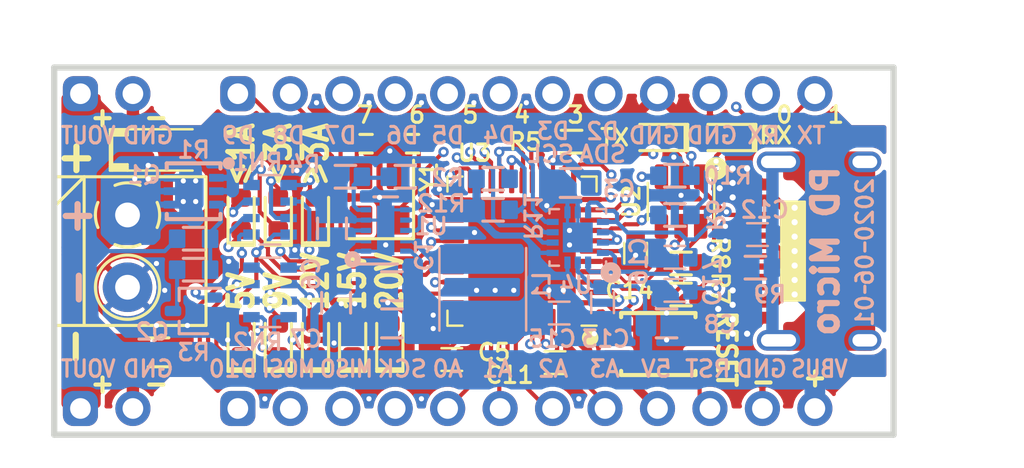
<source format=kicad_pcb>
(kicad_pcb (version 20211014) (generator pcbnew)
  (layers (0 "F.Cu" signal) (1 "In1.Cu" signal) (2 "In2.Cu" signal) (31 "B.Cu" signal) (34 "B.Paste" user) (35 "F.Paste" user) (36 "B.SilkS" user "B.Silkscreen") (37 "F.SilkS" user "F.Silkscreen") (38 "B.Mask" user) (39 "F.Mask" user) (44 "Edge.Cuts" user))
  (net 0 "")
  (net 1 "GND")
  (net 2 "/CC1")
  (net 3 "/CC2")
  (net 4 "/SHIELD")
  (net 5 "/DN")
  (net 6 "/DP")
  (net 7 "+5V")
  (net 8 "VBUS")
  (net 9 "Net-(D4-Pad2)")
  (net 10 "Net-(D6-Pad2)")
  (net 11 "Net-(D7-Pad2)")
  (net 12 "Net-(D8-Pad2)")
  (net 13 "Net-(D9-Pad2)")
  (net 14 "PC7")
  (net 15 "PF0")
  (net 16 "PF1")
  (net 17 "PB7")
  (net 18 "PD6")
  (net 19 "PE2")
  (net 20 "D10")
  (net 21 "MOSI")
  (net 22 "MISO")
  (net 23 "SCK")
  (net 24 "A0")
  (net 25 "A1")
  (net 26 "A2")
  (net 27 "A3")
  (net 28 "D9")
  (net 29 "D8")
  (net 30 "D7")
  (net 31 "D6")
  (net 32 "D5")
  (net 33 "D4")
  (net 34 "D3")
  (net 35 "D2")
  (net 36 "RXI")
  (net 37 "TXO")
  (net 38 "RESET")
  (net 39 "Net-(U1-Pad7)")
  (net 40 "/SW1")
  (net 41 "Net-(C10-Pad1)")
  (net 42 "Net-(D2-Pad2)")
  (net 43 "Net-(D3-Pad2)")
  (net 44 "Net-(C11-Pad1)")
  (net 45 "Net-(R7-Pad1)")
  (net 46 "Net-(Q1-Pad3)")
  (net 47 "Net-(Q2-Pad3)")
  (net 48 "Net-(C9-Pad1)")
  (net 49 "Net-(C14-Pad1)")
  (net 50 "Net-(D5-Pad1)")
  (net 51 "Net-(D10-Pad2)")
  (net 52 "Net-(D11-Pad1)")
  (net 53 "Net-(R2-Pad2)")
  (net 54 "Net-(R6-Pad2)")
  (net 55 "Net-(R8-Pad1)")
  (net 56 "Net-(R10-Pad2)")
  (net 57 "/OUT")
  (footprint "-Connector:HRO-TYPE-C-31-M-12" (layer "F.Cu") (at 172.8 100 90)
    (fp_text reference "USB1")
    (fp_text value "HRO-TYPE-C-31-M-12")
  )
  (footprint "-Discrete:Crystal_SMD_3225-4Pin_3.2x2.5mm" (layer "F.Cu") (at 146.7 97.4 90)
    (fp_text reference "Y1")
    (fp_text value "16MHz")
  )
  (footprint "-Discrete:LED_0603_1608Metric" (layer "F.Cu") (at 147.2 104.3 90)
    (fp_text reference "D6")
    (fp_text value "LED")
  )
  (footprint "-Discrete:LED_0603_1608Metric" (layer "F.Cu") (at 140 98.2 90)
    (fp_text reference "D3")
    (fp_text value "LED")
  )
  (footprint "-Discrete:LED_0603_1608Metric" (layer "F.Cu") (at 141.8 98.2 90)
    (fp_text reference "D4")
    (fp_text value "LED")
  )
  (footprint "-Discrete:LED_0603_1608Metric" (layer "F.Cu") (at 143.6 104.3 90)
    (fp_text reference "D8")
    (fp_text value "LED")
  )
  (footprint "-Discrete:LED_0603_1608Metric" (layer "F.Cu") (at 143.6 98.2 90)
    (fp_text reference "D2")
    (fp_text value "LED")
  )
  (footprint "-Discrete:LED_0603_1608Metric" (layer "F.Cu") (at 145.4 104.3 90)
    (fp_text reference "D7")
    (fp_text value "LED")
  )
  (footprint "-Discrete:LED_0603_1608Metric" (layer "F.Cu") (at 140 104.3 90)
    (fp_text reference "D10")
    (fp_text value "LED")
  )
  (footprint "-Discrete:LED_0603_1608Metric" (layer "F.Cu") (at 141.8 104.3 90)
    (fp_text reference "D9")
    (fp_text value "LED")
  )
  (footprint "-Passive:R_0603" (layer "F.Cu") (at 156 94.7)
    (fp_text reference "R5")
    (fp_text value "10k")
  )
  (footprint "-Switch:SW_SPST_3.5x3mm" (layer "F.Cu") (at 160.2 104.5)
    (fp_text reference "SW1")
    (fp_text value "SW_Push")
  )
  (footprint "-Connector:TerminalBlock_3.5mm_2P" (layer "F.Cu") (at 134.5 100 -90)
    (fp_text reference "J3")
    (fp_text value "Conn_01x02")
  )
  (footprint "-Passive:C_0603" (layer "F.Cu") (at 159.1 100.1 -90)
    (fp_text reference "C14")
    (fp_text value "1uF")
  )
  (footprint "-Discrete:LED_0603_1608Metric" (layer "F.Cu") (at 160.1 94.5 180)
    (fp_text reference "D11")
    (fp_text value "LED")
  )
  (footprint "-Discrete:LED_0603_1608Metric" (layer "F.Cu") (at 163.4 94.5 180)
    (fp_text reference "D5")
    (fp_text value "LED")
  )
  (footprint "-Passive:C_0603" (layer "F.Cu") (at 150.2 105.25)
    (fp_text reference "C5")
    (fp_text value "0.1uF")
  )
  (footprint "-Hole:D1_8_PAD" (layer "F.Cu") (at 137.3 107.62)
    (fp_text reference "H2" hide)
    (fp_text value "MountingHole")
  )
  (footprint "-Hole:D1_8_PAD" (layer "F.Cu") (at 170.32 107.62)
    (fp_text reference "H3" hide)
    (fp_text value "MountingHole")
  )
  (footprint "-Hole:D1_8_PAD" (layer "F.Cu") (at 170.32 92.38)
    (fp_text reference "H4" hide)
    (fp_text value "MountingHole")
  )
  (footprint "-Passive:C_0402" (layer "F.Cu") (at 148.3 94.8 180)
    (fp_text reference "C9")
    (fp_text value "22pF")
  )
  (footprint "-Passive:C_0402" (layer "F.Cu") (at 146.05 94.8)
    (fp_text reference "C10")
    (fp_text value "22pF")
  )
  (footprint "-Passive:R_0603" (layer "F.Cu") (at 161.3 100.6)
    (fp_text reference "R8")
    (fp_text value "22R")
  )
  (footprint "-Passive:C_0603" (layer "F.Cu") (at 155.2 105.4)
    (fp_text reference "C11")
    (fp_text value "0.1uF")
  )
  (footprint "-Chip:SOT-23-6" (layer "F.Cu") (at 161.3 97.6 90)
    (fp_text reference "U2")
    (fp_text value "SRV05-4")
  )
  (footprint "-Passive:R_0603" (layer "F.Cu") (at 161.3 102.1)
    (fp_text reference "R7")
    (fp_text value "22R")
  )
  (footprint "-Hole:D1_8_PAD" (layer "F.Cu") (at 137.3 92.38)
    (fp_text reference "H1" hide)
    (fp_text value "MountingHole")
  )
  (footprint "-Passive:C_0805" (layer "F.Cu") (at 136 104.9)
    (fp_text reference "C4")
    (fp_text value "1uF 50V")
  )
  (footprint "-Discrete:D_SOD-123" (layer "F.Cu") (at 136 95.1)
    (fp_text reference "D1")
    (fp_text value "SMF22A")
  )
  (footprint "-Chip:QFN-44-1EP_7x7mm_P0.5mm_EP5.2x5.2mm" (layer "F.Cu") (at 153.6 100 180)
    (fp_text reference "U3")
    (fp_text value "ATmega32U4-MU")
  )
  (footprint "-Passive:C_0805" (layer "B.Cu") (at 144.4 98.9 90)
    (fp_text reference "C6")
    (fp_text value "1uF 50V")
  )
  (footprint "-Passive:C_0805" (layer "B.Cu") (at 144.6 102.5 -90)
    (fp_text reference "C7")
    (fp_text value "1uF 50V")
  )
  (footprint "-Passive:C_0805" (layer "B.Cu") (at 160.6 103.5)
    (fp_text reference "C8")
    (fp_text value "1uF 50V")
  )
  (footprint "-Passive:C_0603" (layer "B.Cu") (at 161 100.3)
    (fp_text reference "C16")
    (fp_text value "330pF")
  )
  (footprint "-Passive:C_0603" (layer "B.Cu") (at 161 101.9)
    (fp_text reference "C17")
    (fp_text value "330pF")
  )
  (footprint "-Passive:C_0603" (layer "B.Cu") (at 155.4 103)
    (fp_text reference "C15")
    (fp_text value "0.1uF")
  )
  (footprint "-Passive:C_0603" (layer "B.Cu") (at 157.5 102.5 -90)
    (fp_text reference "C13")
    (fp_text value "0.1uF")
  )
  (footprint "-Passive:C_0603" (layer "B.Cu") (at 165 99.2 180)
    (fp_text reference "C12")
    (fp_text value "10nF")
  )
  (footprint "-Passive:R_0603" (layer "B.Cu") (at 164.9 100.8 180)
    (fp_text reference "R9")
    (fp_text value "10k")
  )
  (footprint "-Chip:WQFN-14-1EP_2.5x2.5mm_P0.5mm_EP1.45x1.45mm" (layer "B.Cu") (at 156.3 99.3375 180)
    (fp_text reference "U4")
    (fp_text value "FUSB302BMPX")
  )
  (footprint "-Passive:R_Array_Convex_4x0603" (layer "B.Cu") (at 141.4 98 180)
    (fp_text reference "RN1")
    (fp_text value "4x33k")
  )
  (footprint "-Passive:R_Array_Convex_4x0603" (layer "B.Cu") (at 141.4 102 180)
    (fp_text reference "RN2")
    (fp_text value "4x33k")
  )
  (footprint "-Passive:R_0603" (layer "B.Cu") (at 161 98.25 180)
    (fp_text reference "R6")
    (fp_text value "33k")
  )
  (footprint "-Passive:R_0603" (layer "B.Cu") (at 161 96.35 180)
    (fp_text reference "R10")
    (fp_text value "33k")
  )
  (footprint "-Connector:PinHeader_1x12_P2.54mm_Vertical" (layer "B.Cu") (at 139.84 107.62 -90)
    (fp_text reference "J5")
    (fp_text value "Conn_01x12")
  )
  (footprint "-Connector:PinHeader_1x12_P2.54mm_Vertical" (layer "B.Cu") (at 139.84 92.38 -90)
    (fp_text reference "J4")
    (fp_text value "Conn_01x12")
  )
  (footprint "-Connector:PinHeader_1x02_P2.54mm_Vertical" (layer "B.Cu") (at 132.22 107.62 -90)
    (fp_text reference "J1")
    (fp_text value "Conn_01x02")
  )
  (footprint "-Connector:PinHeader_1x02_P2.54mm_Vertical" (layer "B.Cu") (at 132.22 92.38 -90)
    (fp_text reference "J2")
    (fp_text value "Conn_01x02")
  )
  (footprint "-Passive:R_0603" (layer "B.Cu") (at 152.2 96.5)
    (fp_text reference "R11")
    (fp_text value "2k")
  )
  (footprint "-Passive:R_0603" (layer "B.Cu") (at 152.2 98)
    (fp_text reference "R12")
    (fp_text value "2k")
  )
  (footprint "-Passive:L_4012" (layer "B.Cu") (at 151.7 101.85 -90)
    (fp_text reference "L1")
    (fp_text value "10uH")
  )
  (footprint "-Chip:WSON-10-1EP_2x3mm_P0.5mm_EP0.84x2.4mm" (layer "B.Cu") (at 147 99)
    (fp_text reference "U1")
    (fp_text value "TPS62175DQC")
  )
  (footprint "-Passive:C_0805" (layer "B.Cu") (at 147.3 101.7 180)
    (fp_text reference "C1")
    (fp_text value "10uF")
  )
  (footprint "-Passive:C_0805" (layer "B.Cu") (at 147.3 103.5 180)
    (fp_text reference "C2")
    (fp_text value "10uF")
  )
  (footprint "-Passive:R_0603" (layer "B.Cu") (at 147.95 96.4 180)
    (fp_text reference "R2")
    (fp_text value "270k")
  )
  (footprint "-Passive:R_0603" (layer "B.Cu") (at 145.05 96.4 180)
    (fp_text reference "R4")
    (fp_text value "51k")
  )
  (footprint "-Chip:DFN-2523-6" (layer "B.Cu") (at 137.7 97.1 180)
    (fp_text reference "Q1")
    (fp_text value "DMP3017SFK" hide)
  )
  (footprint "-Passive:R_0603" (layer "B.Cu") (at 137.7 99.4)
    (fp_text reference "R1")
    (fp_text value "10k")
  )
  (footprint "-Passive:R_0603" (layer "B.Cu") (at 137.7 100.9 180)
    (fp_text reference "R3")
    (fp_text value "1k")
  )
  (footprint "-Discrete:SOT-323_SC-70" (layer "B.Cu") (at 137.7 102.9 180)
    (fp_text reference "Q2")
    (fp_text value "DTC143E")
  )
  (footprint "-Passive:C_0805" (layer "B.Cu") (at 155.95 96.7 180)
    (fp_text reference "C3")
    (fp_text value "10uF")
  )
  (gr_line (start 170.2 101.7) (end 170.2 102) (layer "B.SilkS") (width 0.15))
  (gr_line (start 170.2 99.6) (end 170.2 100) (layer "B.SilkS") (width 0.15))
  (gr_line (start 143.1 96.6) (end 143.4 95.9) (layer "F.SilkS") (width 0.2))
  (gr_line (start 139.5 95.9) (end 139.8 96.6) (layer "F.SilkS") (width 0.2))
  (gr_line (start 140.1 95.9) (end 139.8 96.6) (layer "F.SilkS") (width 0.2))
  (gr_line (start 140.5 95.9) (end 140.2 96.6) (layer "F.SilkS") (width 0.2))
  (gr_line (start 141.5 95.9) (end 141.8 96.6) (layer "F.SilkS") (width 0.2))
  (gr_line (start 142.1 95.9) (end 141.8 96.6) (layer "F.SilkS") (width 0.2))
  (gr_line (start 143.7 96.6) (end 143.4 95.9) (layer "F.SilkS") (width 0.2))
  (gr_line (start 144.1 96.6) (end 143.8 95.9) (layer "F.SilkS") (width 0.2))
  (gr_poly (pts (xy 166.15 97.6) (xy 167.3 97.6) (xy 167.3 102.4) (xy 166.15 102.4)) (layer "F.SilkS") (width 0.1) (fill solid))
  (gr_line (start 130.95 108.89) (end 171.59 108.89) (layer "Edge.Cuts") (width 0.3))
  (gr_line (start 130.95 108.89) (end 130.95 91.11) (layer "Edge.Cuts") (width 0.3))
  (gr_line (start 130.95 91.11) (end 171.59 91.11) (layer "Edge.Cuts") (width 0.3))
  (gr_line (start 171.59 108.89) (end 171.59 91.11) (layer "Edge.Cuts") (width 0.3))
  (gr_text "2020" (at 170.2 98 90) (layer "B.SilkS") (effects (font (size 0.8 0.8)) (justify mirror)))
  (gr_text "-" (at 132.25 102.89 270) (layer "B.SilkS") (effects (font (size 1.5 1.5) (thickness 0.3)) (justify left mirror)))
  (gr_text "+" (at 133.207143 98.19) (layer "B.SilkS") (effects (font (size 1.5 1.5) (thickness 0.3)) (justify left mirror)))
  (gr_text "MISO" (at 145.1 105.7) (layer "B.SilkS") (effects (font (size 0.8 0.7)) (justify mirror)))
  (gr_text "SCK" (at 147.8 105.7) (layer "B.SilkS") (effects (font (size 0.8 0.8)) (justify mirror)))
  (gr_text "D10" (at 139.6 105.7) (layer "B.SilkS") (effects (font (size 0.8 0.8)) (justify mirror)))
  (gr_text "A0" (at 150 105.7) (layer "B.SilkS") (effects (font (size 0.8 0.8)) (justify mirror)))
  (gr_text "VBUS" (at 168 105.7) (layer "B.SilkS") (effects (font (size 0.8 0.7)) (justify mirror)))
  (gr_text "RST" (at 162.6 105.7) (layer "B.SilkS") (effects (font (size 0.8 0.8)) (justify mirror)))
  (gr_text "D9" (at 139.85 94.4) (layer "B.SilkS") (effects (font (size 0.8 0.8)) (justify mirror)))
  (gr_text "D2" (at 157.5 94.2) (layer "B.SilkS") (effects (font (size 0.8 0.8)) (justify mirror)))
  (gr_text "GND" (at 162.8 94.4) (layer "B.SilkS") (effects (font (size 0.8 0.8)) (justify mirror)))
  (gr_text "RX" (at 165.3 94.4) (layer "B.SilkS") (effects (font (size 0.8 0.8)) (justify mirror)))
  (gr_text "TX" (at 167.6 94.4) (layer "B.SilkS") (effects (font (size 0.8 0.8)) (justify mirror)))
  (gr_text "SDA" (at 157.5 95.3) (layer "B.SilkS") (effects (font (size 0.8 0.8)) (justify mirror)))
  (gr_text "SCL" (at 155 95.3) (layer "B.SilkS") (effects (font (size 0.8 0.8)) (justify mirror)))
  (gr_text "06" (at 170.2 100.9 90) (layer "B.SilkS") (effects (font (size 0.8 0.8)) (justify mirror)))
  (gr_text "01" (at 170.2 102.9 90) (layer "B.SilkS") (effects (font (size 0.8 0.8)) (justify mirror)))
  (gr_text "GND" (at 135.5 105.7) (layer "B.SilkS") (effects (font (size 0.8 0.8)) (justify mirror)))
  (gr_text "VOUT" (at 132.6 105.7) (layer "B.SilkS") (effects (font (size 0.8 0.7)) (justify mirror)))
  (gr_text "GND" (at 135.5 94.4) (layer "B.SilkS") (effects (font (size 0.8 0.8)) (justify mirror)))
  (gr_text "VOUT" (at 132.6 94.4) (layer "B.SilkS") (effects (font (size 0.8 0.7)) (justify mirror)))
  (gr_text "D4" (at 152.5 94.4) (layer "B.SilkS") (effects (font (size 0.8 0.8)) (justify mirror)))
  (gr_text "PD Micro" (at 168.3 100 90) (layer "B.SilkS") (effects (font (size 1.2 1.2) (thickness 0.3)) (justify mirror)))
  (gr_text "GND" (at 160 94.4) (layer "B.SilkS") (effects (font (size 0.8 0.8)) (justify mirror)))
  (gr_text "D8" (at 142.3 94.4) (layer "B.SilkS") (effects (font (size 0.8 0.8)) (justify mirror)))
  (gr_text "5V" (at 160.1 105.7) (layer "B.SilkS") (effects (font (size 0.8 0.8)) (justify mirror)))
  (gr_text "D7" (at 144.8 94.4) (layer "B.SilkS") (effects (font (size 0.8 0.8)) (justify mirror)))
  (gr_text "D5" (at 150 94.4) (layer "B.SilkS") (effects (font (size 0.8 0.8)) (justify mirror)))
  (gr_text "D6" (at 147.8 94.4) (layer "B.SilkS") (effects (font (size 0.8 0.8)) (justify mirror)))
  (gr_text "GND" (at 165.2 105.7) (layer "B.SilkS") (effects (font (size 0.8 0.8)) (justify mirror)))
  (gr_text "A2" (at 155.1 105.7) (layer "B.SilkS") (effects (font (size 0.8 0.8)) (justify mirror)))
  (gr_text "D3" (at 155.1 94.19) (layer "B.SilkS") (effects (font (size 0.8 0.8)) (justify mirror)))
  (gr_text "A3" (at 157.6 105.7) (layer "B.SilkS") (effects (font (size 0.8 0.8)) (justify mirror)))
  (gr_text "A1" (at 152.4 105.7) (layer "B.SilkS") (effects (font (size 0.8 0.8)) (justify mirror)))
  (gr_text "MOSI" (at 142.3 105.7) (layer "B.SilkS") (effects (font (size 0.8 0.7)) (justify mirror)))
  (gr_text "3A" (at 143.6 95.8 90) (layer "F.SilkS") (effects (font (size 1.2 1) (thickness 0.23)) (justify left)))
  (gr_text "5V" (at 140 103 90) (layer "F.SilkS") (effects (font (size 1.2 1) (thickness 0.23)) (justify left)))
  (gr_text "9V" (at 141.8 103 90) (layer "F.SilkS") (effects (font (size 1.2 1) (thickness 0.23)) (justify left)))
  (gr_text "12V" (at 143.6 103 90) (layer "F.SilkS") (effects (font (size 1.2 1) (thickness 0.23)) (justify left)))
  (gr_text "15V" (at 145.4 103 90) (layer "F.SilkS") (effects (font (size 1.2 1) (thickness 0.23)) (justify left)))
  (gr_text "TX" (at 157.3 94.5) (layer "F.SilkS") (effects (font (size 0.8 0.8)) (justify left)))
  (gr_text "RX" (at 165 94.4) (layer "F.SilkS") (effects (font (size 0.8 0.8)) (justify left)))
  (gr_text "RESET" (at 163.5 102.8 270) (layer "F.SilkS") (effects (font (size 0.9 0.8) (thickness 0.2)) (justify left)))
  (gr_text "+" (at 167.1 106.1) (layer "F.SilkS") (effects (font (size 0.9 0.9) (thickness 0.2)) (justify left)))
  (gr_text "-" (at 135.2 93.5) (layer "F.SilkS") (effects (font (size 0.9 0.9) (thickness 0.2)) (justify left)))
  (gr_text "-" (at 135.2 106.4) (layer "F.SilkS") (effects (font (size 0.9 0.9) (thickness 0.2)) (justify left)))
  (gr_text "+" (at 130.9 95.4) (layer "F.SilkS") (effects (font (size 1.5 1.5) (thickness 0.3)) (justify left)))
  (gr_text "-" (at 132.1 103.5 270) (layer "F.SilkS") (effects (font (size 1.5 1.5) (thickness 0.3)) (justify left)))
  (gr_text "0" (at 166.3 93.4) (layer "F.SilkS") (effects (font (size 0.8 0.8))))
  (gr_text "3A" (at 141.8 95.8 90) (layer "F.SilkS") (effects (font (size 1.2 1) (thickness 0.23)) (justify left)))
  (gr_text "-" (at 164.6 106.3) (layer "F.SilkS") (effects (font (size 0.9 0.9) (thickness 0.2)) (justify left)))
  (gr_text "6" (at 148.52 93.4) (layer "F.SilkS") (effects (font (size 0.8 0.8))))
  (gr_text "7" (at 146 93.4) (layer "F.SilkS") (effects (font (size 0.8 0.8))))
  (gr_text "+" (at 132.6 93.5) (layer "F.SilkS") (effects (font (size 0.9 0.9) (thickness 0.2)) (justify left)))
  (gr_text "1A" (at 140 95.8 90) (layer "F.SilkS") (effects (font (size 1.2 1) (thickness 0.23)) (justify left)))
  (gr_text "3" (at 156.2 93.4) (layer "F.SilkS") (effects (font (size 0.8 0.8))))
  (gr_text "4" (at 153.6 93.4) (layer "F.SilkS") (effects (font (size 0.8 0.8))))
  (gr_text "5" (at 151.1 93.4) (layer "F.SilkS") (effects (font (size 0.8 0.8))))
  (gr_text "1" (at 168.8 93.4) (layer "F.SilkS") (effects (font (size 0.8 0.8))))
  (gr_text "20V" (at 147.2 103 90) (layer "F.SilkS") (effects (font (size 1.2 1) (thickness 0.23)) (justify left)))
  (gr_text "+" (at 132.6 106.4) (layer "F.SilkS") (effects (font (size 0.9 0.9) (thickness 0.2)) (justify left)))
  (segment (start 155.6 103.3375) (end 155.6 104) (width 0.2) (layer "F.Cu") (net 1))
  (segment (start 149.6 97.3) (end 149.8 97.5) (width 0.2) (layer "F.Cu") (net 1))
  (segment (start 154.450021 94.550021) (end 153.59998 93.69998) (width 0.2) (layer "F.Cu") (net 1))
  (segment (start 156.9375 100.5) (end 157.734302 100.5) (width 0.2) (layer "F.Cu") (net 1))
  (segment (start 134.76 107.62) (end 134.76 106.54) (width 0.6) (layer "F.Cu") (net 1))
  (segment (start 160.16 92.38) (end 159.1 93.44) (width 0.5) (layer "F.Cu") (net 1))
  (segment (start 165.105 103.41999) (end 165.097204 103.41999) (width 0.4) (layer "F.Cu") (net 1))
  (segment (start 148.04999 104.23751) (end 147.2 105.0875) (width 0.2) (layer "F.Cu") (net 1))
  (segment (start 156.9375 100.5) (end 158.75 100.5) (width 0.2) (layer "F.Cu") (net 1))
  (segment (start 149.6 97) (end 149.6 97.3) (width 0.2) (layer "F.Cu") (net 1))
  (segment (start 146.04999 104.25001) (end 144.69999 104.25001) (width 0.2) (layer "F.Cu") (net 1))
  (segment (start 143.4125 98.9875) (end 142.6 99.8) (width 0.2) (layer "F.Cu") (net 1))
  (segment (start 146.439999 106.700033) (end 146.19 106.950032) (width 0.2) (layer "F.Cu") (net 1))
  (segment (start 151.6 103.3375) (end 151.6 104.9) (width 0.2) (layer "F.Cu") (net 1))
  (segment (start 165.105 103.225) (end 163.825 103.225) (width 0.4) (layer "F.Cu") (net 1))
  (segment (start 144.33498 93.69998) (end 143.65 93.015) (width 0.2) (layer "F.Cu") (net 1))
  (segment (start 134.76 93.46) (end 135.4 94.1) (width 0.6) (layer "F.Cu") (net 1))
  (segment (start 156.9375 100.5) (end 154.1 100.5) (width 0.2) (layer "F.Cu") (net 1))
  (segment (start 161.3 96.4) (end 161.3 97.35) (width 0.2) (layer "F.Cu") (net 1))
  (segment (start 137.4 103.6) (end 135.9 103.6) (width 0.2) (layer "F.Cu") (net 1))
  (segment (start 159.1 100.85) (end 159.1 100.2) (width 0.2) (layer "F.Cu") (net 1))
  (segment (start 155.6 104) (end 155.7 104.1) (width 0.2) (layer "F.Cu") (net 1))
  (segment (start 151.1 97.5) (end 153.6 100) (width 0.2) (layer "F.Cu") (net 1))
  (segment (start 143.6 98.9875) (end 143.256441 98.9875) (width 0.2) (layer "F.Cu") (net 1))
  (segment (start 165.105 96.605) (end 164.5 96) (width 0.4) (layer "F.Cu") (net 1))
  (segment (start 154.6 99) (end 153.6 100) (width 0.2) (layer "F.Cu") (net 1))
  (segment (start 160.16 92.38) (end 160.18 92.38) (width 0.5) (layer "F.Cu") (net 1))
  (segment (start 147.2 95) (end 146.9 95) (width 0.2) (layer "F.Cu") (net 1))
  (segment (start 151.6 104.9) (end 151.2 105.3) (width 0.2) (layer "F.Cu") (net 1))
  (segment (start 143.6 98.9875) (end 142.7 98.0875) (width 0.2) (layer "F.Cu") (net 1))
  (segment (start 143.6 98.9875) (end 143.4125 98.9875) (width 0.2) (layer "F.Cu") (net 1))
  (segment (start 159.1 103.75) (end 159.100192 103.749808) (width 0.3) (layer "F.Cu") (net 1))
  (segment (start 150.2625 97.5) (end 151.1 97.5) (width 0.2) (layer "F.Cu") (net 1))
  (segment (start 146.7 95.5) (end 146.7 99.3) (width 0.2) (layer "F.Cu") (net 1))
  (segment (start 145.60002 93.69998) (end 146.09998 93.69998) (width 0.2) (layer "F.Cu") (net 1))
  (segment (start 146.09998 93.69998) (end 144.33498 93.69998) (width 0.2) (layer "F.Cu") (net 1))
  (segment (start 155.6 102) (end 153.6 100) (width 0.2) (layer "F.Cu") (net 1))
  (segment (start 146.3 104) (end 146.3 102.6) (width 0.2) (layer "F.Cu") (net 1))
  (segment (start 146.4 102.5) (end 147.5 102.5) (width 0.2) (layer "F.Cu") (net 1))
  (segment (start 160.18 92.38) (end 160.95 93.15) (width 0.5) (layer "F.Cu") (net 1))
  (segment (start 161.3 103.75) (end 162.2 103.75) (width 0.3) (layer "F.Cu") (net 1))
  (segment (start 146.840032 106.3) (end 146.439999 106.700033) (width 0.2) (layer "F.Cu") (net 1))
  (segment (start 163.825 103.225) (end 163.8 103.2) (width 0.4) (layer "F.Cu") (net 1))
  (segment (start 148.73 106.35) (end 148.73 106.985) (width 0.2) (layer "F.Cu") (net 1))
  (segment (start 155.7 104.1) (end 155.7 105.5) (width 0.2) (layer "F.Cu") (net 1))
  (segment (start 151.2 105.3) (end 150.2 106.3) (width 0.2) (layer "F.Cu") (net 1))
  (segment (start 163.45 99.507864) (end 163.45 98.8) (width 0.2) (layer "F.Cu") (net 1))
  (segment (start 147.2 95) (end 147.5 95) (width 0.2) (layer "F.Cu") (net 1))
  (segment (start 150.2 106.3) (end 146.840032 106.3) (width 0.2) (layer "F.Cu") (net 1))
  (segment (start 153.59998 93.69998) (end 146.09998 93.69998) (width 0.2) (layer "F.Cu") (net 1))
  (segment (start 161.3 96.4) (end 161.3 95.8) (width 0.2) (layer "F.Cu") (net 1))
  (segment (start 150.2625 97.5) (end 149.8 97.5) (width 0.2) (layer "F.Cu") (net 1))
  (segment (start 147.5 102.5) (end 148.04999 103.04999) (width 0.2) (layer "F.Cu") (net 1))
  (segment (start 161.299808 103.749808) (end 161.3 103.75) (width 0.3) (layer "F.Cu") (net 1))
  (segment (start 146.9 95) (end 146.6 94.7) (width 0.2) (layer "F.Cu") (net 1))
  (segment (start 146.3 102.6) (end 146.4 102.5) (width 0.2) (layer "F.Cu") (net 1))
  (segment (start 151.6 102) (end 153.6 100) (width 0.2) (layer "F.Cu") (net 1))
  (segment (start 165.105 96.775) (end 165.105 96.605) (width 0.4) (layer "F.Cu") (net 1))
  (segment (start 146.7 99.3) (end 147 99.6) (width 0.2) (layer "F.Cu") (net 1))
  (segment (start 158.75 100.5) (end 159.1 100.85) (width 0.2) (layer "F.Cu") (net 1))
  (segment (start 165.097204 103.41999) (end 164.658597 103.858597) (width 0.4) (layer "F.Cu") (net 1))
  (segment (start 154.6 96.6625) (end 154.6 95.95) (width 0.2) (layer "F.Cu") (net 1))
  (segment (start 147.1 95.1) (end 146.7 95.5) (width 0.2) (layer "F.Cu") (net 1))
  (segment (start 147 99.6) (end 147 99.7) (width 0.2) (layer "F.Cu") (net 1))
  (segment (start 154.450021 95.800021) (end 154.450021 94.550021) (width 0.2) (layer "F.Cu") (net 1))
  (segment (start 146.3 104) (end 146.04999 104.25001) (width 0.2) (layer "F.Cu") (net 1))
  (segment (start 154.1 100.5) (end 153.6 100) (width 0.2) (layer "F.Cu") (net 1))
  (segment (start 147.2 106.3) (end 147.2 105.0875) (width 0.2) (layer "F.Cu") (net 1))
  (segment (start 163.975 96.775) (end 163.8 96.6) (width 0.4) (layer "F.Cu") (net 1))
  (segment (start 151.6 103.3375) (end 151.6 102) (width 0.2) (layer "F.Cu") (net 1))
  (segment (start 142.7 98.0875) (end 142.7 96.1) (width 0.2) (layer "F.Cu") (net 1))
  (segment (start 161.3 95.8) (end 160.95 95.45) (width 0.2) (layer "F.Cu") (net 1))
  (segment (start 154.6 95.95) (end 154.450021 95.800021) (width 0.2) (layer "F.Cu") (net 1))
  (segment (start 144.69999 104.25001) (end 144.5 104.45) (width 0.2) (layer "F.Cu") (net 1))
  (segment (start 165.105 96.775) (end 163.975 96.775) (width 0.4) (layer "F.Cu") (net 1))
  (segment (start 154.6 96.6625) (end 154.6 99) (width 0.2) (layer "F.Cu") (net 1))
  (segment (start 159.100192 103.749808) (end 161.299808 103.749808) (width 0.3) (layer "F.Cu") (net 1))
  (segment (start 134.76 92.38) (end 134.76 93.46) (width 0.6) (layer "F.Cu") (net 1))
  (segment (start 142.6 99.8) (end 142.6 99.943941) (width 0.2) (layer "F.Cu") (net 1))
  (segment (start 148.04999 103.04999) (end 148.04999 104.23751) (width 0.2) (layer "F.Cu") (net 1))
  (segment (start 165.105 103.225) (end 165.105 103.41999) (width 0.4) (layer "F.Cu") (net 1))
  (segment (start 147.2 95.1) (end 147.1 95.1) (width 0.2) (layer "F.Cu") (net 1))
  (segment (start 147.5 95) (end 147.8 94.7) (width 0.2) (layer "F.Cu") (net 1))
  (segment (start 155.6 103.3375) (end 155.6 102) (width 0.2) (layer "F.Cu") (net 1))
  (via (at 155.9 99.7) (size 0.5) (drill 0.25) (layers "F.Cu" "B.Cu") (net 1))
  (via (at 143.65 92.815) (size 0.5) (drill 0.25) (layers "F.Cu" "B.Cu") (net 1))
  (via (at 151.27 92.815) (size 0.5) (drill 0.25) (layers "F.Cu" "B.Cu") (net 1))
  (via (at 148.73 92.815) (size 0.5) (drill 0.25) (layers "F.Cu" "B.Cu") (net 1))
  (via (at 146.19 92.815) (size 0.5) (drill 0.25) (layers "F.Cu" "B.Cu") (net 1))
  (via (at 156.35 107.15) (size 0.5) (drill 0.25) (layers "F.Cu" "B.Cu") (net 1))
  (via (at 163.8 102.6) (size 0.6) (drill 0.3) (layers "F.Cu" "B.Cu") (net 1))
  (via (at 154.8 97.8) (size 0.5) (drill 0.25) (layers "F.Cu" "B.Cu") (net 1))
  (via (at 143.45 95.85) (size 0.5) (drill 0.25) (layers "F.Cu" "B.Cu") (net 1))
  (via (at 146.7 97.4) (size 0.5) (drill 0.25) (layers "F.Cu" "B.Cu") (net 1))
  (via (at 159.1 100.2) (size 0.5) (drill 0.25) (layers "F.Cu" "B.Cu") (net 1))
  (via (at 147 99.7) (size 0.5) (drill 0.25) (layers "F.Cu" "B.Cu") (net 1))
  (via (at 139.35 104.3) (size 0.5) (drill 0.25) (layers "F.Cu" "B.Cu") (net 1))
  (via (at 153.2 101.9) (size 0.5) (drill 0.25) (layers "F.Cu" "B.Cu") (net 1))
  (via (at 146.19 107.15) (size 0.5) (drill 0.25) (layers "F.Cu" "B.Cu") (net 1))
  (via (at 151.3 99.1) (size 0.5) (drill 0.25) (layers "F.Cu" "B.Cu") (net 1))
  (via (at 144.85 102.55) (size 0.5) (drill 0.25) (layers "F.Cu" "B.Cu") (net 1))
  (via (at 154.9 101.9) (size 0.5) (drill 0.25) (layers "F.Cu" "B.Cu") (net 1))
  (via (at 149.6 97) (size 0.5) (drill 0.25) (layers "F.Cu" "B.Cu") (net 1))
  (via (at 160.6 103) (size 0.5) (drill 0.25) (layers "F.Cu" "B.Cu") (net 1))
  (via (at 157.1 104) (size 0.5) (drill 0.25) (layers "F.Cu" "B.Cu") (net 1))
  (via (at 163.8 104) (size 0.6) (drill 0.3) (layers "F.Cu" "B.Cu") (net 1))
  (via (at 163.8 97.4) (size 0.6) (drill 0.3) (layers "F.Cu" "B.Cu") (net 1))
  (via (at 153.81 92.815) (size 0.5) (drill 0.25) (layers "F.Cu" "B.Cu") (net 1))
  (via (at 135.9 100.6) (size 0.5) (drill 0.25) (layers "F.Cu" "B.Cu") (net 1))
  (via (at 135.9 103.6) (size 0.5) (drill 0.25) (layers "F.Cu" "B.Cu") (net 1))
  (via (at 147.2 95.15) (size 0.5) (drill 0.25) (layers "F.Cu" "B.Cu") (net 1))
  (via (at 152.3 101.9) (size 0.5) (drill 0.25) (layers "F.Cu" "B.Cu") (net 1))
  (via (at 163.45 99.507864) (size 0.5) (drill 0.25) (layers "F.Cu" "B.Cu") (net 1))
  (via (at 164.5 96) (size 0.6) (drill 0.3) (layers "F.Cu" "B.Cu") (net 1))
  (via (at 136.3 101.9) (size 0.5) (drill 0.25) (layers "F.Cu" "B.Cu") (net 1))
  (via (at 164.5 104) (size 0.6) (drill 0.3) (layers "F.Cu" "B.Cu") (net 1))
  (via (at 160.95 95.45) (size 0.5) (drill 0.25) (layers "F.Cu" "B.Cu") (net 1))
  (via (at 141.15 107.15) (size 0.5) (drill 0.25) (layers "F.Cu" "B.Cu") (net 1))
  (via (at 147.1 102.5) (size 0.5) (drill 0.25) (layers "F.Cu" "B.Cu") (net 1))
  (via (at 148.73 107.15) (size 0.5) (drill 0.25) (layers "F.Cu" "B.Cu") (net 1))
  (via (at 151.4 101.9) (size 0.5) (drill 0.25) (layers "F.Cu" "B.Cu") (net 1))
  (via (at 142.6 99.943941) (size 0.5) (drill 0.25) (layers "F.Cu" "B.Cu") (net 1))
  (via (at 163.45 98.8) (size 0.5) (drill 0.25) (layers "F.Cu" "B.Cu") (net 1))
  (via (at 163.8 103.3) (size 0.6) (drill 0.3) (layers "F.Cu" "B.Cu") (net 1))
  (via (at 142.7 96.1) (size 0.5) (drill 0.25) (layers "F.Cu" "B.Cu") (net 1))
  (via (at 155.6 101.9) (size 0.5) (drill 0.25) (layers "F.Cu" "B.Cu") (net 1))
  (via (at 163.1 102.8) (size 0.6) (drill 0.3) (layers "F.Cu" "B.Cu") (net 1))
  (via (at 145.5 102.55) (size 0.5) (drill 0.25) (layers "F.Cu" "B.Cu") (net 1))
  (via (at 163.8 96.7) (size 0.6) (drill 0.3) (layers "F.Cu" "B.Cu") (net 1))
  (via (at 163.8 96) (size 0.6) (drill 0.3) (layers "F.Cu" "B.Cu") (net 1))
  (via (at 144.5 104.45) (size 0.5) (drill 0.25) (layers "F.Cu" "B.Cu") (net 1))
  (via (at 139.4 100.5) (size 0.5) (drill 0.25) (layers "F.Cu" "B.Cu") (net 1))
  (via (at 163.173 96.952) (size 0.6) (drill 0.3) (layers "F.Cu" "B.Cu") (net 1))
  (via (at 137.4 103.6) (size 0.5) (drill 0.25) (layers "F.Cu" "B.Cu") (net 1))
  (via (at 160.6 104.3) (size 0.5) (drill 0.25) (layers "F.Cu" "B.Cu") (net 1))
  (via (at 155.9 99) (size 0.5) (drill 0.25) (layers "F.Cu" "B.Cu") (net 1))
  (via (at 163.8 101.9) (size 0.6) (drill 0.3) (layers "F.Cu" "B.Cu") (net 1))
  (via (at 161.3 97.3) (size 0.5) (drill 0.25) (layers "F.Cu" "B.Cu") (net 1))
  (segment (start 155.8 98.1) (end 155.8 98.95) (width 0.15) (layer "B.Cu") (net 1))
  (segment (start 145.5 102.55) (end 145.5 102.55) (width 0.2) (layer "B.Cu") (net 1))
  (segment (start 148.5 97.7) (end 148.5 97.85) (width 0.2) (layer "B.Cu") (net 1))
  (segment (start 147.35 95.1) (end 147.75 95.5) (width 0.2) (layer "B.Cu") (net 1))
  (segment (start 147.9 97.3) (end 148.1 97.3) (width 0.2) (layer "B.Cu") (net 1))
  (segment (start 162.49999 101.05001) (end 161.25001 101.05001) (width 0.2) (layer "B.Cu") (net 1))
  (segment (start 145.45 100.45) (end 145.95 100.95) (width 0.2) (layer "B.Cu") (net 1))
  (segment (start 155.8 97.5) (end 154.9 97.5) (width 0.2) (layer "B.Cu") (net 1))
  (segment (start 146.8 95.35) (end 146.65 95.5) (width 0.2) (layer "B.Cu") (net 1))
  (segment (start 147 99) (end 147 97.45) (width 0.6) (layer "B.Cu") (net 1))
  (segment (start 147 97.6) (end 147.2 97.4) (width 0.2) (layer "B.Cu") (net 1))
  (segment (start 148.35 98) (end 148.1 98) (width 0.2) (layer "B.Cu") (net 1))
  (segment (start 144.25 96.4) (end 144 96.4) (width 0.2) (layer "B.Cu") (net 1))
  (segment (start 156.3 97.595) (end 156.3 97.8875) (width 0.2) (layer "B.Cu") (net 1))
  (segment (start 146.05 98.5) (end 145 98.5) (width 0.2) (layer "B.Cu") (net 1))
  (segment (start 146.05 98.5) (end 146.9 98.5) (width 0.15) (layer "B.Cu") (net 1))
  (segment (start 146.3 101.7) (end 147.1 102.5) (width 0.2) (layer "B.Cu") (net 1))
  (segment (start 146.05 100) (end 145.6 100) (width 0.2) (layer "B.Cu") (net 1))
  (segment (start 163.45 99.507864) (end 163.45 100.1) (width 0.2) (layer "B.Cu") (net 1))
  (segment (start 147.2 95.15) (end 147.55 95.5) (width 0.5) (layer "B.Cu") (net 1))
  (segment (start 147.81 95.5) (end 148 95.5) (width 0.2) (layer "B.Cu") (net 1))
  (segment (start 145 98.5) (end 144.4 97.9) (width 0.2) (layer "B.Cu") (net 1))
  (segment (start 161.25001 101.05001) (end 160.4 100.2) (width 0.2) (layer "B.Cu") (net 1))
  (segment (start 147 98.85) (end 147 100.5) (width 0.6) (layer "B.Cu") (net 1))
  (segment (start 163.45 100.1) (end 162.49999 101.05001) (width 0.2) (layer "B.Cu") (net 1))
  (segment (start 160.3 100.2) (end 159.1 100.2) (width 0.2) (layer "B.Cu") (net 1))
  (segment (start 145.45 100.15) (end 145.45 100.45) (width 0.2) (layer "B.Cu") (net 1))
  (segment (start 147 101.65) (end 147 101.7) (width 0.2) (layer "B.Cu") (net 1))
  (segment (start 146.05 100) (end 146.9 100) (width 0.15) (layer "B.Cu") (net 1))
  (segment (start 146.3 103.5) (end 146.3 103.35) (width 0.2) (layer "B.Cu") (net 1))
  (segment (start 139.4 104.2) (end 139.4 104.3) (width 0.2) (layer "B.Cu") (net 1))
  (segment (start 154.9 97.5) (end 154.8 97.6) (width 0.2) (layer "B.Cu") (net 1))
  (segment (start 155.8 98.1225) (end 155.8 97.5) (width 0.2) (layer "B.Cu") (net 1))
  (segment (start 145.6 100) (end 145.45 100.15) (width 0.2) (layer "B.Cu") (net 1))
  (segment (start 147 99) (end 147 97.6) (width 0.2) (layer "B.Cu") (net 1))
  (segment (start 147.2 97.4) (end 147.8 97.4) (width 0.2) (layer "B.Cu") (net 1))
  (segment (start 156.205 97.5) (end 155.8 97.5) (width 0.2) (layer "B.Cu") (net 1))
  (segment (start 160.4 100.2) (end 160.3 100.2) (width 0.2) (layer "B.Cu") (net 1))
  (segment (start 147.95 98) (end 147.1 98) (width 0.15) (layer "B.Cu") (net 1))
  (segment (start 144 96.4) (end 143.4 95.8) (width 0.2) (layer "B.Cu") (net 1))
  (segment (start 138.65 103.6) (end 137.4 103.6) (width 0.2) (layer "B.Cu") (net 1))
  (segment (start 138.7 103.55) (end 138.65 103.6) (width 0.2) (layer "B.Cu") (net 1))
  (segment (start 156.205 97.5) (end 156.3 97.595) (width 0.2) (layer "B.Cu") (net 1))
  (segment (start 148.5 97.85) (end 148.35 98) (width 0.2) (layer "B.Cu") (net 1))
  (segment (start 138.7 103.55) (end 138.75 103.55) (width 0.2) (layer "B.Cu") (net 1))
  (segment (start 156.3 98.1) (end 156.3 98.95) (width 0.15) (layer "B.Cu") (net 1))
  (segment (start 147.2 95.15) (end 146.85 95.5) (width 0.5) (layer "B.Cu") (net 1))
  (segment (start 146.3 103.35) (end 145.5 102.55) (width 0.2) (layer "B.Cu") (net 1))
  (segment (start 146.59 95.5) (end 146.3 95.5) (width 0.2) (layer "B.Cu") (net 1))
  (segment (start 148.1 97.3) (end 148.5 97.7) (width 0.2) (layer "B.Cu") (net 1))
  (segment (start 138.75 103.55) (end 139.4 104.2) (width 0.2) (layer "B.Cu") (net 1))
  (segment (start 162.9 99.7) (end 162.9 98.1657) (width 0.2) (layer "F.Cu") (net 2))
  (segment (start 165.4 101.25) (end 163.55 101.25) (width 0.2) (layer "F.Cu") (net 2))
  (segment (start 162.9 98.1657) (end 162.63429 97.89999) (width 0.2) (layer "F.Cu") (net 2))
  (segment (start 162.63429 97.89999) (end 160.69999 97.89999) (width 0.2) (layer "F.Cu") (net 2))
  (segment (start 160.35 97.55) (end 160.35 96.4) (width 0.2) (layer "F.Cu") (net 2))
  (segment (start 162.8 99.8) (end 162.9 99.7) (width 0.2) (layer "F.Cu") (net 2))
  (segment (start 160.69999 97.89999) (end 160.35 97.55) (width 0.2) (layer "F.Cu") (net 2))
  (segment (start 163.55 101.25) (end 163.1 101.7) (width 0.2) (layer "F.Cu") (net 2))
  (via (at 163 101.8) (size 0.5) (drill 0.25) (layers "F.Cu" "B.Cu") (net 2))
  (via (at 162.8 99.8) (size 0.5) (drill 0.25) (layers "F.Cu" "B.Cu") (net 2))
  (segment (start 160.7 101.1) (end 159.7 101.1) (width 0.2) (layer "B.Cu") (net 2))
  (segment (start 159.6 101) (end 158 101) (width 0.2) (layer "B.Cu") (net 2))
  (segment (start 161.55 101.95) (end 160.7 101.1) (width 0.2) (layer "B.Cu") (net 2))
  (segment (start 156.8 100.9) (end 156.9 101) (width 0.2) (layer "B.Cu") (net 2))
  (segment (start 157.5 100.0875) (end 157.9 100.0875) (width 0.2) (layer "B.Cu") (net 2))
  (segment (start 163 101.8) (end 161.7 101.8) (width 0.2) (layer "B.Cu") (net 2))
  (segment (start 157.9 100.0875) (end 158.1 100.2875) (width 0.2) (layer "B.Cu") (net 2))
  (segment (start 156.9 101) (end 158.1 101) (width 0.2) (layer "B.Cu") (net 2))
  (segment (start 159.7 101.1) (end 159.6 101) (width 0.2) (layer "B.Cu") (net 2))
  (segment (start 158.1 100.2875) (end 158.1 101) (width 0.2) (layer "B.Cu") (net 2))
  (segment (start 156.8 100.6) (end 156.8 100.9) (width 0.2) (layer "B.Cu") (net 2))
  (segment (start 163.1 101.7) (end 163 101.8) (width 0.2) (layer "B.Cu") (net 2))
  (segment (start 162.25 96.950001) (end 163.399999 98.1) (width 0.2) (layer "F.Cu") (net 3))
  (segment (start 165.4 98.25) (end 163.65 98.25) (width 0.2) (layer "F.Cu") (net 3))
  (segment (start 165.4 98.25) (end 164.15 98.25) (width 0.2) (layer "F.Cu") (net 3))
  (segment (start 163.65 98.25) (end 163.5 98.1) (width 0.2) (layer "F.Cu") (net 3))
  (segment (start 163.399999 98.1) (end 163.5 98.1) (width 0.2) (layer "F.Cu") (net 3))
  (segment (start 165.4 98.25) (end 163.75 98.25) (width 0.2) (layer "F.Cu") (net 3))
  (segment (start 162.25 96.4) (end 162.25 96.950001) (width 0.2) (layer "F.Cu") (net 3))
  (segment (start 165.4 98.25) (end 164.1 98.25) (width 0.2) (layer "F.Cu") (net 3))
  (segment (start 165.4 98.25) (end 163.549998 98.25) (width 0.2) (layer "F.Cu") (net 3))
  (via (at 163.5 98.1) (size 0.5) (drill 0.25) (layers "F.Cu" "B.Cu") (net 3))
  (segment (start 161.214002 99.1) (end 161.55 99.435998) (width 0.2) (layer "B.Cu") (net 3))
  (segment (start 158.2 98.2) (end 158.2 98.6) (width 0.2) (layer "B.Cu") (net 3))
  (segment (start 161.6 100.55) (end 161.6 99.485998) (width 0.2) (layer "B.Cu") (net 3))
  (segment (start 161.964002 99.435998) (end 161.55 99.435998) (width 0.2) (layer "B.Cu") (net 3))
  (segment (start 161.55 100.6) (end 161.6 100.55) (width 0.2) (layer "B.Cu") (net 3))
  (segment (start 163.5 98.1) (end 163.3 98.1) (width 0.2) (layer "B.Cu") (net 3))
  (segment (start 156.8 98.1225) (end 156.8 97.8875) (width 0.2) (layer "B.Cu") (net 3))
  (segment (start 158.2 98.6) (end 158.1875 98.5875) (width 0.2) (layer "B.Cu") (net 3))
  (segment (start 163.3 98.1) (end 161.964002 99.435998) (width 0.2) (layer "B.Cu") (net 3))
  (segment (start 158.7 99.1) (end 161.214002 99.1) (width 0.2) (layer "B.Cu") (net 3))
  (segment (start 158.2 98.6) (end 158.7 99.1) (width 0.2) (layer "B.Cu") (net 3))
  (segment (start 156.8 98.1225) (end 156.8 97.75) (width 0.2) (layer "B.Cu") (net 3))
  (segment (start 156.8 97.75) (end 156.9 97.65) (width 0.2) (layer "B.Cu") (net 3))
  (segment (start 156.9 97.65) (end 157.235998 97.65) (width 0.2) (layer "B.Cu") (net 3))
  (segment (start 157.635999 98.050001) (end 158.050001 98.050001) (width 0.2) (layer "B.Cu") (net 3))
  (segment (start 158.1875 98.5875) (end 157.5 98.5875) (width 0.2) (layer "B.Cu") (net 3))
  (segment (start 158.050001 98.050001) (end 158.2 98.2) (width 0.2) (layer "B.Cu") (net 3))
  (segment (start 161.6 99.485998) (end 161.55 99.435998) (width 0.2) (layer "B.Cu") (net 3))
  (segment (start 157.235998 97.65) (end 157.635999 98.050001) (width 0.2) (layer "B.Cu") (net 3))
  (segment (start 170.2 95.68) (end 170.2 104.32) (width 1) (layer "F.Cu") (net 4))
  (segment (start 166.02 95.68) (end 170.2 95.68) (width 0.6) (layer "F.Cu") (net 4))
  (segment (start 166.02 104.32) (end 170.2 104.32) (width 0.6) (layer "F.Cu") (net 4))
  (segment (start 165.92 95.68) (end 166.62 95.68) (width 0.6) (layer "B.Cu") (net 4))
  (segment (start 165.724999 95.875001) (end 165.92 95.68) (width 0.6) (layer "B.Cu") (net 4))
  (segment (start 165.724999 104.024999) (end 165.724999 95.875001) (width 0.6) (layer "B.Cu") (net 4))
  (segment (start 166.02 104.32) (end 166.62 104.32) (width 0.6) (layer "B.Cu") (net 4))
  (segment (start 166.02 104.32) (end 165.724999 104.024999) (width 0.6) (layer "B.Cu") (net 4))
  (segment (start 166.150001 100.640001) (end 166.150001 99.950001) (width 0.2) (layer "F.Cu") (net 5))
  (segment (start 165.95 99.75) (end 164.8 99.75) (width 0.2) (layer "F.Cu") (net 5))
  (segment (start 162.1 101.9) (end 162.1 102.1) (width 0.2) (layer "F.Cu") (net 5))
  (segment (start 166.150001 99.950001) (end 165.95 99.75) (width 0.2) (layer "F.Cu") (net 5))
  (segment (start 161.9 102) (end 161.9 102.1) (width 0.2) (layer "F.Cu") (net 5))
  (segment (start 166.1 100.7) (end 166.1 100.690002) (width 0.2) (layer "F.Cu") (net 5))
  (segment (start 166.1 100.690002) (end 166.150001 100.640001) (width 0.2) (layer "F.Cu") (net 5))
  (segment (start 166.05 100.75) (end 166.1 100.7) (width 0.2) (layer "F.Cu") (net 5))
  (segment (start 164.8 100.75) (end 166.05 100.75) (width 0.2) (layer "F.Cu") (net 5))
  (segment (start 165.4 100.75) (end 163.25 100.75) (width 0.2) (layer "F.Cu") (net 5))
  (segment (start 163.25 100.75) (end 162.1 101.9) (width 0.2) (layer "F.Cu") (net 5))
  (segment (start 162.25 100.25) (end 161.9 100.6) (width 0.2) (layer "F.Cu") (net 6))
  (segment (start 164 100.25) (end 163.15 100.25) (width 0.2) (layer "F.Cu") (net 6))
  (segment (start 164 99.4) (end 164.15 99.25) (width 0.2) (layer "F.Cu") (net 6))
  (segment (start 163.15 100.25) (end 162.8 100.6) (width 0.2) (layer "F.Cu") (net 6))
  (segment (start 162.45 100.25) (end 162.1 100.6) (width 0.2) (layer "F.Cu") (net 6))
  (segment (start 164.15 99.25) (end 165.4 99.25) (width 0.2) (layer "F.Cu") (net 6))
  (segment (start 162.8 100.6) (end 162.1 100.6) (width 0.2) (layer "F.Cu") (net 6))
  (segment (start 165.4 100.25) (end 164 100.25) (width 0.2) (layer "F.Cu") (net 6))
  (segment (start 164 100.25) (end 164 99.4) (width 0.2) (layer "F.Cu") (net 6))
  (segment (start 161.3 99.394764) (end 160.9 99.794764) (width 0.2) (layer "F.Cu") (net 7))
  (segment (start 160.1 93.7) (end 161.5 93.7) (width 0.2) (layer "F.Cu") (net 7))
  (segment (start 155.2 95.5) (end 155.2 95) (width 0.2) (layer "F.Cu") (net 7))
  (segment (start 155.95 93.95) (end 157.3 93.95) (width 0.2) (layer "F.Cu") (net 7))
  (segment (start 156.8 104.8) (end 156.2 104.2) (width 0.4) (layer "F.Cu") (net 7))
  (segment (start 156.1 104.1) (end 156.2 104.2) (width 0.2) (layer "F.Cu") (net 7))
  (segment (start 150.5 104.3) (end 149.59 105.21) (width 0.2) (layer "F.Cu") (net 7))
  (segment (start 149.712332 98) (end 150.2625 98) (width 0.2) (layer "F.Cu") (net 7))
  (segment (start 149.45 104.6) (end 149.45 105.25) (width 0.5) (layer "F.Cu") (net 7))
  (segment (start 158.2 99.45) (end 158.1 99.45) (width 0.2) (layer "F.Cu") (net 7))
  (segment (start 161.3 98.8) (end 161.3 99.394764) (width 0.2) (layer "F.Cu") (net 7))
  (segment (start 158.15 94.8) (end 159 94.8) (width 0.2) (layer "F.Cu") (net 7))
  (segment (start 156.8 105.620002) (end 156.8 104.8) (width 0.4) (layer "F.Cu") (net 7))
  (segment (start 156.1 103.3375) (end 156.1 104.1) (width 0.2) (layer "F.Cu") (net 7))
  (segment (start 155.1 95.6433) (end 155.131642 95.611658) (width 0.2) (layer "F.Cu") (net 7))
  (segment (start 155.1 94.9) (end 154.9 94.7) (width 0.2) (layer "F.Cu") (net 7))
  (segment (start 155.2 95) (end 154.9 94.7) (width 0.2) (layer "F.Cu") (net 7))
  (segment (start 155.1 96.6625) (end 155.1 95.6433) (width 0.2) (layer "F.Cu") (net 7))
  (segment (start 158.15 99.5) (end 158.2 99.45) (width 0.2) (layer "F.Cu") (net 7))
  (segment (start 149.59 105.21) (end 149.2 105.21) (width 0.2) (layer "F.Cu") (net 7))
  (segment (start 157.3 93.95) (end 158.15 94.8) (width 0.2) (layer "F.Cu") (net 7))
  (segment (start 151.1 103.3375) (end 151.1 104.072) (width 0.2) (layer "F.Cu") (net 7))
  (segment (start 158.74 106.2) (end 157.379998 106.2) (width 0.4) (layer "F.Cu") (net 7))
  (segment (start 149.3 103.1) (end 149.3 103.75) (width 0.5) (layer "F.Cu") (net 7))
  (segment (start 156.9375 102) (end 157.953552 102) (width 0.25) (layer "F.Cu") (net 7))
  (segment (start 159 94.8) (end 160.1 93.7) (width 0.2) (layer "F.Cu") (net 7))
  (segment (start 160.9 99.794764) (end 160.9 99.8) (width 0.2) (layer "F.Cu") (net 7))
  (segment (start 149.3 103.75) (end 149.3 104.45) (width 0.5) (layer "F.Cu") (net 7))
  (segment (start 156.9375 99.5) (end 158.15 99.5) (width 0.2) (layer "F.Cu") (net 7))
  (segment (start 160.16 107.62) (end 158.74 106.2) (width 0.4) (layer "F.Cu") (net 7))
  (segment (start 149.249999 97.749999) (end 149.462331 97.749999) (width 0.2) (layer "F.Cu") (net 7))
  (segment (start 149.462331 97.749999) (end 149.712332 98) (width 0.2) (layer "F.Cu") (net 7))
  (segment (start 151.1 104.072) (end 150.872 104.3) (width 0.2) (layer "F.Cu") (net 7))
  (segment (start 161.5 93.7) (end 162.3 94.5) (width 0.2) (layer "F.Cu") (net 7))
  (segment (start 162.3 94.5) (end 162.6125 94.5) (width 0.2) (layer "F.Cu") (net 7))
  (segment (start 155.2 94.7) (end 155.95 93.95) (width 0.2) (layer "F.Cu") (net 7))
  (segment (start 150.872 104.3) (end 150.5 104.3) (width 0.2) (layer "F.Cu") (net 7))
  (segment (start 157.953552 102) (end 158.307682 102.35413) (width 0.25) (layer "F.Cu") (net 7))
  (segment (start 157.379998 106.2) (end 156.8 105.620002) (width 0.4) (layer "F.Cu") (net 7))
  (segment (start 149.2 105.3) (end 149.2 105.05) (width 0.2) (layer "F.Cu") (net 7))
  (segment (start 149.3 104.45) (end 149.45 104.6) (width 0.5) (layer "F.Cu") (net 7))
  (segment (start 154.9 94.7) (end 155.2 94.7) (width 0.2) (layer "F.Cu") (net 7))
  (via (at 158.307682 102.35413) (size 0.5) (drill 0.25) (layers "F.Cu" "B.Cu") (net 7))
  (via (at 149.3 103.75) (size 0.5) (drill 0.25) (layers "F.Cu" "B.Cu") (net 7))
  (via (at 158.2 99.45) (size 0.5) (drill 0.25) (layers "F.Cu" "B.Cu") (net 7))
  (via (at 143.3 99.943941) (size 0.5) (drill 0.25) (layers "F.Cu" "B.Cu") (net 7))
  (via (at 160.997382 99.697382) (size 0.5) (drill 0.25) (layers "F.Cu" "B.Cu") (net 7))
  (via (at 149.3 103.1) (size 0.5) (drill 0.25) (layers "F.Cu" "B.Cu") (net 7))
  (via (at 149.249999 97.749999) (size 0.5) (drill 0.25) (layers "F.Cu" "B.Cu") (net 7))
  (via (at 155.1 95.6) (size 0.5) (drill 0.25) (layers "F.Cu" "B.Cu") (net 7))
  (segment (start 148.5 99) (end 148.649999 98.850001) (width 0.2) (layer "B.Cu") (net 7))
  (segment (start 148.75 97.24288) (end 149 97.49288) (width 0.4) (layer "B.Cu") (net 7))
  (segment (start 151.05 103.35) (end 150.95 103.35) (width 0.2) (layer "B.Cu") (net 7))
  (segment (start 148.1 99) (end 148.5 99) (width 0.2) (layer "B.Cu") (net 7))
  (segment (start 148.85 96.5) (end 148.75 96.4) (width 0.4) (layer "B.Cu") (net 7))
  (segment (start 155.8 101.2) (end 155.8 100.6) (width 0.2) (layer "B.Cu") (net 7))
  (segment (start 142.3 100.8) (end 142.9 100.8) (width 0.2) (layer "B.Cu") (net 7))
  (segment (start 157.9375 99.0875) (end 157.5 99.0875) (width 0.2) (layer "B.Cu") (net 7))
  (segment (start 157.5 99.5875) (end 158.1625 99.5875) (width 0.2) (layer "B.Cu") (net 7))
  (segment (start 147.95 100) (end 148.217152 100) (width 0.2) (layer "B.Cu") (net 7))
  (segment (start 151.4 96.5) (end 151.4 98) (width 0.4) (layer "B.Cu") (net 7))
  (segment (start 148.358576 100.141424) (end 148.7 100.482848) (width 0.2) (layer "B.Cu") (net 7))
  (segment (start 158.1625 99.4875) (end 158.3 99.35) (width 0.2) (layer "B.Cu") (net 7))
  (segment (start 158.3 99.45) (end 157.9375 99.0875) (width 0.2) (layer "B.Cu") (net 7))
  (segment (start 149 97.999998) (end 149.249999 97.749999) (width 0.2) (layer "B.Cu") (net 7))
  (segment (start 142.9 97.6) (end 142.3 97.6) (width 0.2) (layer "B.Cu") (net 7))
  (segment (start 149 97.49288) (end 149 97.5) (width 0.4) (layer "B.Cu") (net 7))
  (segment (start 154.475002 100.0875) (end 155.085 100.0875) (width 0.2) (layer "B.Cu") (net 7))
  (segment (start 155.775 95.6) (end 156.775 96.6) (width 0.5) (layer "B.Cu") (net 7))
  (segment (start 149.5 98) (end 151.4 98) (width 0.4) (layer "B.Cu") (net 7))
  (segment (start 149 97.5) (end 149.249999 97.749999) (width 0.4) (layer "B.Cu") (net 7))
  (segment (start 148.649999 98.349999) (end 149 97.999998) (width 0.2) (layer "B.Cu") (net 7))
  (segment (start 147.95 100) (end 148.1 100) (width 0.2) (layer "B.Cu") (net 7))
  (segment (start 148.7 101.3) (end 148.3 101.7) (width 0.2) (layer "B.Cu") (net 7))
  (segment (start 148.7 100.482848) (end 148.7 101.3) (width 0.2) (layer "B.Cu") (net 7))
  (segment (start 142.9 100.8) (end 143.3 100.4) (width 0.2) (layer "B.Cu") (net 7))
  (segment (start 148.1 100) (end 148.217152 100) (width 0.2) (layer "B.Cu") (net 7))
  (segment (start 148.217152 100) (end 148.358576 100.141424) (width 0.2) (layer "B.Cu") (net 7))
  (segment (start 148.45 100.25) (end 148.45 100.55) (width 0.2) (layer "B.Cu") (net 7))
  (segment (start 156.775 96.6) (end 156.95 96.6) (width 0.5) (layer "B.Cu") (net 7))
  (segment (start 149.3 97.8) (end 149.5 98) (width 0.4) (layer "B.Cu") (net 7))
  (segment (start 155.1 95.6) (end 155.775 95.6) (width 0.5) (layer "B.Cu") (net 7))
  (segment (start 142.3 100.8) (end 142.443941 100.8) (width 0.2) (layer "B.Cu") (net 7))
  (segment (start 143.3 98) (end 142.9 97.6) (width 0.2) (layer "B.Cu") (net 7))
  (segment (start 154.4875 100.0875) (end 154.9225 100.0875) (width 0.2) (layer "B.Cu") (net 7))
  (segment (start 149.2 104.25) (end 148.4 103.45) (width 0.2) (layer "B.Cu") (net 7))
  (segment (start 151.05 103.35) (end 151.1 103.4) (width 0.2) (layer "B.Cu") (net 7))
  (segment (start 143.3 100.4) (end 143.3 98) (width 0.2) (layer "B.Cu") (net 7))
  (segment (start 148.649999 98.850001) (end 148.649999 98.349999) (width 0.2) (layer "B.Cu") (net 7))
  (segment (start 148.75 96.4) (end 148.75 97.24288) (width 0.4) (layer "B.Cu") (net 7))
  (segment (start 165.916998 97.55) (end 165.105 97.55) (width 0.4) (layer "F.Cu") (net 8))
  (segment (start 166.8 97.9) (end 166.8 102.1) (width 0.6) (layer "F.Cu") (net 8))
  (segment (start 166.8 98.433002) (end 166.8 98.6) (width 0.4) (layer "F.Cu") (net 8))
  (segment (start 165.916998 102.45) (end 166.8 101.566998) (width 0.4) (layer "F.Cu") (net 8))
  (segment (start 166.8 98.6) (end 166.8 99.3) (width 0.4) (layer "F.Cu") (net 8))
  (segment (start 165.916998 102.45) (end 165.105 102.45) (width 0.4) (layer "F.Cu") (net 8))
  (segment (start 166.8 101.566998) (end 166.8 101.4) (width 0.4) (layer "F.Cu") (net 8))
  (segment (start 165.916998 97.55) (end 166.8 98.433002) (width 0.4) (layer "F.Cu") (net 8))
  (via (at 166.8 99.3) (size 0.6) (drill 0.3) (layers "F.Cu" "B.Cu") (net 8))
  (via (at 166.8 100.7) (size 0.6) (drill 0.3) (layers "F.Cu" "B.Cu") (net 8))
  (via (at 166.8 102.1) (size 0.6) (drill 0.3) (layers "F.Cu" "B.Cu") (net 8))
  (via (at 166.8 97.9) (size 0.6) (drill 0.3) (layers "F.Cu" "B.Cu") (net 8))
  (via (at 166.8 100) (size 0.6) (drill 0.3) (layers "F.Cu" "B.Cu") (net 8))
  (via (at 166.8 98.6) (size 0.6) (drill 0.3) (layers "F.Cu" "B.Cu") (net 8))
  (via (at 166.8 101.4) (size 0.6) (drill 0.3) (layers "F.Cu" "B.Cu") (net 8))
  (segment (start 133.25 100.3) (end 133.55 100) (width 0.2) (layer "B.Cu") (net 8))
  (segment (start 166.8 102.1) (end 166.8 97.9) (width 0.6) (layer "B.Cu") (net 8))
  (segment (start 145.3 99) (end 144.4 99.9) (width 0.2) (layer "B.Cu") (net 8))
  (segment (start 144.3 102.175) (end 143.55 102.925) (width 0.4) (layer "B.Cu") (net 8))
  (segment (start 156.3 101) (end 157 101.7) (width 0.2) (layer "B.Cu") (net 8))
  (segment (start 133.25 99.7) (end 133.55 100) (width 0.2) (layer "B.Cu") (net 8))
  (segment (start 136.3 100) (end 136.9 99.4) (width 0.2) (layer "B.Cu") (net 8))
  (segment (start 159.146285 101.7) (end 159.557371 102.111086) (width 0.2) (layer "B.Cu") (net 8))
  (segment (start 144.6 100.1) (end 144.4 99.9) (width 0.5) (layer "B.Cu") (net 8))
  (segment (start 168 95.242219) (end 166.857781 94.1) (width 1) (layer "B.Cu") (net 8))
  (segment (start 131.5 99.8) (end 131.5 100) (width 0.4) (layer "B.Cu") (net 8))
  (segment (start 157 101.7) (end 159.146285 101.7) (width 0.2) (layer "B.Cu") (net 8))
  (segment (start 159.6 103.5) (end 159.6 105.4) (width 0.6) (layer "B.Cu") (net 8))
  (segment (start 168 105.9) (end 168 95.242219) (width 1) (layer "B.Cu") (net 8))
  (segment (start 144.8 99.5) (end 144.4 99.9) (width 0.2) (layer "B.Cu") (net 8))
  (segment (start 143.55 102.925) (end 143.55 106.15) (width 0.4) (layer "B.Cu") (net 8))
  (segment (start 167.78 106.12) (end 168 105.9) (width 1) (layer "B.Cu") (net 8))
  (segment (start 159.557371 102.657371) (end 159.557371 103.257371) (width 0.2) (layer "B.Cu") (net 8))
  (segment (start 138.8 96.45) (end 139.55 96.45) (width 0.3) (layer "B.Cu") (net 8))
  (segment (start 145.9 99.5) (end 144.8 99.5) (width 0.2) (layer "B.Cu") (net 8))
  (segment (start 131.5 100) (end 136.3 100) (width 0.2) (layer "B.Cu") (net 8))
  (segment (start 146.05 99) (end 145.3 99) (width 0.2) (layer "B.Cu") (net 8))
  (segment (start 138.8 97.1) (end 139.45 97.1) (width 0.3) (layer "B.Cu") (net 8))
  (segment (start 144.3 101.5) (end 144.3 102.175) (width 0.4) (layer "B.Cu") (net 8))
  (segment (start 144.6 101.5) (end 144.6 100.1) (width 0.5) (layer "B.Cu") (net 8))
  (segment (start 167.78 107.62) (end 167.78 106.12) (width 1) (layer "B.Cu") (net 8))
  (segment (start 131.5 100) (end 131.5 100.2) (width 0.4) (layer "B.Cu") (net 8))
  (segment (start 156.3 100.6) (end 156.3 101) (width 0.2) (layer "B.Cu") (net 8))
  (segment (start 159.557371 102.111086) (end 159.557371 102.657371) (width 0.2) (layer "B.Cu") (net 8))
  (segment (start 141.8 97.4125) (end 141.8 96.950002) (width 0.2) (layer "F.Cu") (net 9))
  (segment (start 141.8 96.950002) (end 141.449998 96.6) (width 0.2) (layer "F.Cu") (net 9))
  (via (at 141.449998 96.6) (size 0.5) (drill 0.25) (layers "F.Cu" "B.Cu") (net 9))
  (segment (start 142.3 98.4) (end 141.7 98.4) (width 0.2) (layer "B.Cu") (net 9))
  (segment (start 141.449998 97.349998) (end 141.449998 96.6) (width 0.2) (layer "B.Cu") (net 9))
  (segment (start 141.449998 98.149998) (end 141.449998 97.349998) (width 0.2) (layer "B.Cu") (net 9))
  (segment (start 141.7 98.4) (end 141.449998 98.149998) (width 0.2) (layer "B.Cu") (net 9))
  (segment (start 139.550001 101.049999) (end 139.850001 101.049999) (width 0.2) (layer "F.Cu") (net 10))
  (segment (start 140.037213 100.862787) (end 140.037213 100.103562) (width 0.2) (layer "F.Cu") (net 10))
  (segment (start 146.3 104.65) (end 146.3 105.7) (width 0.2) (layer "F.Cu") (net 10))
  (segment (start 147.2 103.75) (end 146.3 104.65) (width 0.2) (layer "F.Cu") (net 10))
  (segment (start 138 105) (end 138 102.6) (width 0.2) (layer "F.Cu") (net 10))
  (segment (start 147.2 103.5125) (end 147.2 103.75) (width 0.2) (layer "F.Cu") (net 10))
  (segment (start 139.3 106.3) (end 138 105) (width 0.2) (layer "F.Cu") (net 10))
  (segment (start 139.550001 101.049999) (end 138 102.6) (width 0.2) (layer "F.Cu") (net 10))
  (segment (start 146.3 105.7) (end 145.7 106.3) (width 0.2) (layer "F.Cu") (net 10))
  (segment (start 139.850001 101.049999) (end 140.037213 100.862787) (width 0.2) (layer "F.Cu") (net 10))
  (segment (start 145.7 106.3) (end 139.3 106.3) (width 0.2) (layer "F.Cu") (net 10))
  (via (at 140.037213 100.103562) (size 0.5) (drill 0.25) (layers "F.Cu" "B.Cu") (net 10))
  (segment (start 139.9 99.3) (end 140 99.2) (width 0.2) (layer "B.Cu") (net 10))
  (segment (start 140 99.2) (end 140.5 99.2) (width 0.2) (layer "B.Cu") (net 10))
  (segment (start 139.9 99.6) (end 139.9 99.3) (width 0.2) (layer "B.Cu") (net 10))
  (segment (start 140.037213 99.737213) (end 139.9 99.6) (width 0.2) (layer "B.Cu") (net 10))
  (segment (start 140.037213 100.103562) (end 140.037213 99.737213) (width 0.2) (layer "B.Cu") (net 10))
  (segment (start 144.825 103.5125) (end 145.4 103.5125) (width 0.2) (layer "F.Cu") (net 11))
  (segment (start 144 102.15) (end 144 102.6875) (width 0.2) (layer "F.Cu") (net 11))
  (segment (start 141.706031 101.693969) (end 143.543969 101.693969) (width 0.2) (layer "F.Cu") (net 11))
  (segment (start 141.4 102) (end 141.706031 101.693969) (width 0.2) (layer "F.Cu") (net 11))
  (segment (start 145.4 103.5125) (end 145.1875 103.5125) (width 0.2) (layer "F.Cu") (net 11))
  (segment (start 144 102.6875) (end 144.825 103.5125) (width 0.2) (layer "F.Cu") (net 11))
  (segment (start 143.543969 101.693969) (end 144 102.15) (width 0.2) (layer "F.Cu") (net 11))
  (via (at 141.4 102) (size 0.5) (drill 0.25) (layers "F.Cu" "B.Cu") (net 11))
  (segment (start 140.5 100.8) (end 140.8 100.8) (width 0.2) (layer "B.Cu") (net 11))
  (segment (start 140.8 100.8) (end 141.4 101.4) (width 0.2) (layer "B.Cu") (net 11))
  (segment (start 141.4 101.4) (end 141.4 102) (width 0.2) (layer "B.Cu") (net 11))
  (segment (start 143.31179 103.22429) (end 143.6 103.5125) (width 0.2) (layer "F.Cu") (net 12))
  (segment (start 143.31179 102.24397) (end 143.31179 103.22429) (width 0.2) (layer "F.Cu") (net 12))
  (segment (start 143.124999 103.5125) (end 143.6 103.5125) (width 0.2) (layer "F.Cu") (net 12))
  (via (at 143.31179 102.24397) (size 0.5) (drill 0.25) (layers "F.Cu" "B.Cu") (net 12))
  (segment (start 142.66782 101.6) (end 143.31179 102.24397) (width 0.2) (layer "B.Cu") (net 12))
  (segment (start 142.3 101.6) (end 142.66782 101.6) (width 0.2) (layer "B.Cu") (net 12))
  (segment (start 141.372576 102.758079) (end 141.9 103.285503) (width 0.2) (layer "F.Cu") (net 13))
  (segment (start 141.9 103.285503) (end 141.9 103.5125) (width 0.2) (layer "F.Cu") (net 13))
  (via (at 141.372576 102.758079) (size 0.5) (drill 0.25) (layers "F.Cu" "B.Cu") (net 13))
  (segment (start 140.5 102.4) (end 141.014497 102.4) (width 0.2) (layer "B.Cu") (net 13))
  (segment (start 141.014497 102.4) (end 141.372576 102.758079) (width 0.2) (layer "B.Cu") (net 13))
  (segment (start 140 98.9875) (end 140 99.187802) (width 0.2) (layer "F.Cu") (net 14))
  (segment (start 140 99.187802) (end 139.387694 99.800108) (width 0.2) (layer "F.Cu") (net 14))
  (segment (start 150.2625 102) (end 149.7204 102) (width 0.2) (layer "F.Cu") (net 14))
  (segment (start 141.3 100.214002) (end 141.3 99.85) (width 0.2) (layer "F.Cu") (net 14))
  (segment (start 140 98.9875) (end 140 99) (width 0.2) (layer "F.Cu") (net 14))
  (segment (start 149.7204 102) (end 149.659736 102.060664) (width 0.2) (layer "F.Cu") (net 14))
  (segment (start 144.531386 101.549989) (end 143.875348 100.893951) (width 0.2) (layer "F.Cu") (net 14))
  (segment (start 148.599989 101.549989) (end 144.531386 101.549989) (width 0.2) (layer "F.Cu") (net 14))
  (segment (start 141.3 99.85) (end 140.4375 98.9875) (width 0.2) (layer "F.Cu") (net 14))
  (segment (start 149.659736 102.060664) (end 149.110664 102.060664) (width 0.2) (layer "F.Cu") (net 14))
  (segment (start 140.4375 98.9875) (end 140 98.9875) (width 0.2) (layer "F.Cu") (net 14))
  (segment (start 141.979949 100.893951) (end 141.3 100.214002) (width 0.2) (layer "F.Cu") (net 14))
  (segment (start 140 99.241269) (end 140 98.9875) (width 0.2) (layer "F.Cu") (net 14))
  (segment (start 149.110664 102.060664) (end 148.599989 101.549989) (width 0.2) (layer "F.Cu") (net 14))
  (segment (start 143.875348 100.893951) (end 141.979949 100.893951) (width 0.2) (layer "F.Cu") (net 14))
  (via (at 139.387694 99.800108) (size 0.5) (drill 0.25) (layers "F.Cu" "B.Cu") (net 14))
  (segment (start 139.387694 99.800108) (end 139.387694 99.446555) (width 0.2) (layer "B.Cu") (net 14))
  (segment (start 140.109998 98.4) (end 139.387694 99.122304) (width 0.2) (layer "B.Cu") (net 14))
  (segment (start 139.387694 99.122304) (end 139.387694 99.446555) (width 0.2) (layer "B.Cu") (net 14))
  (segment (start 143.2875 105.0875) (end 142.5 104.3) (width 0.2) (layer "F.Cu") (net 15))
  (segment (start 143.6 105.0875) (end 143.2875 105.0875) (width 0.2) (layer "F.Cu") (net 15))
  (segment (start 154.6 103.3375) (end 154.6 104.35) (width 0.2) (layer "F.Cu") (net 15))
  (segment (start 154.6 104.35) (end 154.75 104.5) (width 0.2) (layer "F.Cu") (net 15))
  (via (at 154.75 104.5) (size 0.5) (drill 0.25) (layers "F.Cu" "B.Cu") (net 15))
  (via (at 142.5 104.3) (size 0.5) (drill 0.25) (layers "F.Cu" "B.Cu") (net 15))
  (segment (start 142.3 102.4) (end 142.690002 102.4) (width 0.2) (layer "B.Cu") (net 15))
  (segment (start 143.04999 103.75001) (end 142.5 104.3) (width 0.2) (layer "B.Cu") (net 15))
  (segment (start 142.690002 102.4) (end 143.04999 102.759988) (width 0.2) (layer "B.Cu") (net 15))
  (segment (start 143.04999 102.759988) (end 143.04999 103.75001) (width 0.2) (layer "B.Cu") (net 15))
  (segment (start 154.1 103.3375) (end 154.1 104.4) (width 0.2) (layer "F.Cu") (net 16))
  (segment (start 154.1 104.4) (end 154 104.5) (width 0.2) (layer "F.Cu") (net 16))
  (segment (start 141.9 105.0875) (end 141.4875 105.0875) (width 0.2) (layer "F.Cu") (net 16))
  (segment (start 141.4875 105.0875) (end 141.05 104.65) (width 0.2) (layer "F.Cu") (net 16))
  (via (at 154 104.5) (size 0.5) (drill 0.25) (layers "F.Cu" "B.Cu") (net 16))
  (via (at 141.05 104.65) (size 0.5) (drill 0.25) (layers "F.Cu" "B.Cu") (net 16))
  (segment (start 141.6 103.3) (end 141.6 103.9) (width 0.2) (layer "B.Cu") (net 16))
  (segment (start 141.6 103.9) (end 141.05 104.45) (width 0.2) (layer "B.Cu") (net 16))
  (segment (start 141.7 103.2) (end 141.6 103.3) (width 0.2) (layer "B.Cu") (net 16))
  (segment (start 141.05 104.45) (end 141.05 104.65) (width 0.2) (layer "B.Cu") (net 16))
  (segment (start 142.3 103.2) (end 141.7 103.2) (width 0.2) (layer "B.Cu") (net 16))
  (segment (start 157.425001 95.8) (end 156.4 95.8) (width 0.2) (layer "F.Cu") (net 17))
  (segment (start 139.8 101.6) (end 138.4 103) (width 0.2) (layer "F.Cu") (net 17))
  (segment (start 156.1 96.1) (end 156.1 96.6625) (width 0.2) (layer "F.Cu") (net 17))
  (segment (start 144.58751 105.89999) (end 145.4 105.0875) (width 0.2) (layer "F.Cu") (net 17))
  (segment (start 145.4 105.0875) (end 145.6125 105.0875) (width 0.2) (layer "F.Cu") (net 17))
  (segment (start 139.49999 105.89999) (end 144.58751 105.89999) (width 0.2) (layer "F.Cu") (net 17))
  (segment (start 145.6125 105.0875) (end 145.454651 104.929651) (width 0.2) (layer "F.Cu") (net 17))
  (segment (start 156.4 95.8) (end 156.1 96.1) (width 0.2) (layer "F.Cu") (net 17))
  (segment (start 138.4 104.8) (end 139.49999 105.89999) (width 0.2) (layer "F.Cu") (net 17))
  (segment (start 138.4 103) (end 138.4 104.8) (width 0.2) (layer "F.Cu") (net 17))
  (segment (start 157.925 96.299999) (end 157.425001 95.8) (width 0.2) (layer "F.Cu") (net 17))
  (via (at 157.925 96.299999) (size 0.5) (drill 0.25) (layers "F.Cu" "B.Cu") (net 17))
  (via (at 139.8 101.6) (size 0.5) (drill 0.25) (layers "F.Cu" "B.Cu") (net 17))
  (segment (start 140.5 101.6) (end 139.8 101.6) (width 0.2) (layer "B.Cu") (net 17))
  (segment (start 140.899997 98.087497) (end 141.338388 98.525888) (width 0.2) (layer "F.Cu") (net 18))
  (segment (start 140.899997 96.100003) (end 140.899997 98.087497) (width 0.2) (layer "F.Cu") (net 18))
  (segment (start 150.2625 99) (end 149.349991 99) (width 0.2) (layer "F.Cu") (net 18))
  (segment (start 140.950001 96.049999) (end 140.899997 96.100003) (width 0.2) (layer "F.Cu") (net 18))
  (segment (start 141.338388 98.525888) (end 141.8 98.9875) (width 0.2) (layer "F.Cu") (net 18))
  (segment (start 150.2625 99) (end 149.24999 99) (width 0.2) (layer "F.Cu") (net 18))
  (segment (start 149.349991 99) (end 149.2 98.850009) (width 0.2) (layer "F.Cu") (net 18))
  (via (at 140.950001 96.049999) (size 0.5) (drill 0.25) (layers "F.Cu" "B.Cu") (net 18))
  (via (at 149.2 98.850009) (size 0.5) (drill 0.25) (layers "F.Cu" "B.Cu") (net 18))
  (segment (start 140.950001 96.049999) (end 140.800001 96.049999) (width 0.2) (layer "B.Cu") (net 18))
  (segment (start 140.5 96.35) (end 140.5 96.8) (width 0.2) (layer "B.Cu") (net 18))
  (segment (start 140.800001 96.049999) (end 140.5 96.35) (width 0.2) (layer "B.Cu") (net 18))
  (segment (start 139.2875 105.0875) (end 140 105.0875) (width 0.2) (layer "F.Cu") (net 19))
  (segment (start 148.4343 101.949999) (end 144.365698 101.949999) (width 0.2) (layer "F.Cu") (net 19))
  (segment (start 144.365698 101.949999) (end 143.709659 101.293961) (width 0.2) (layer "F.Cu") (net 19))
  (segment (start 140.736091 100.063909) (end 140.736091 101.463909) (width 0.2) (layer "F.Cu") (net 19))
  (segment (start 138.8 103.4) (end 138.8 104.6) (width 0.2) (layer "F.Cu") (net 19))
  (segment (start 150.2625 102.5) (end 148.984301 102.5) (width 0.2) (layer "F.Cu") (net 19))
  (segment (start 140.736091 100.215793) (end 140.736091 100.063909) (width 0.2) (layer "F.Cu") (net 19))
  (segment (start 141.81426 101.293961) (end 140.736091 100.215793) (width 0.2) (layer "F.Cu") (net 19))
  (segment (start 148.984301 102.5) (end 148.4343 101.949999) (width 0.2) (layer "F.Cu") (net 19))
  (segment (start 138.8 104.6) (end 139.2875 105.0875) (width 0.2) (layer "F.Cu") (net 19))
  (segment (start 140.736091 101.463909) (end 138.8 103.4) (width 0.2) (layer "F.Cu") (net 19))
  (segment (start 143.709659 101.293961) (end 141.81426 101.293961) (width 0.2) (layer "F.Cu") (net 19))
  (via (at 140.736091 100.063909) (size 0.5) (drill 0.25) (layers "F.Cu" "B.Cu") (net 19))
  (segment (start 141.6 99.2) (end 140.736091 100.063909) (width 0.2) (layer "B.Cu") (net 19))
  (segment (start 141.65 99.2) (end 141.7 99.2) (width 0.2) (layer "B.Cu") (net 19))
  (segment (start 141.7 99.2) (end 142.3 99.2) (width 0.2) (layer "B.Cu") (net 19))
  (segment (start 141.65 99.2) (end 141.6 99.2) (width 0.2) (layer "B.Cu") (net 19))
  (segment (start 142.806059 100.493941) (end 142.335999 100.493942) (width 0.2) (layer "F.Cu") (net 20))
  (segment (start 149.131734 100.960662) (end 148.942417 101.149979) (width 0.2) (layer "F.Cu") (net 20))
  (segment (start 144.749979 101.149979) (end 144.093941 100.493941) (width 0.2) (layer "F.Cu") (net 20))
  (segment (start 142.335999 100.493942) (end 141.9 100.057943) (width 0.2) (layer "F.Cu") (net 20))
  (segment (start 150.2625 101) (end 149.625 101) (width 0.2) (layer "F.Cu") (net 20))
  (segment (start 148.942417 101.149979) (end 144.749979 101.149979) (width 0.2) (layer "F.Cu") (net 20))
  (segment (start 149.625 101) (end 149.585662 100.960662) (width 0.2) (layer "F.Cu") (net 20))
  (segment (start 149.585662 100.960662) (end 149.131734 100.960662) (width 0.2) (layer "F.Cu") (net 20))
  (segment (start 144.093941 100.493941) (end 142.806059 100.493941) (width 0.2) (layer "F.Cu") (net 20))
  (segment (start 141.9 100.057943) (end 141.9 100) (width 0.2) (layer "F.Cu") (net 20))
  (via (at 137.8 102) (size 0.5) (drill 0.25) (layers "F.Cu" "B.Cu") (net 20))
  (via (at 141.9 100) (size 0.5) (drill 0.25) (layers "F.Cu" "B.Cu") (net 20))
  (segment (start 137.8 102.1) (end 137.8 102) (width 0.2) (layer "B.Cu") (net 20))
  (segment (start 138.7 102.25) (end 137.95 102.25) (width 0.2) (layer "B.Cu") (net 20))
  (segment (start 137.95 102.25) (end 137.8 102.1) (width 0.2) (layer "B.Cu") (net 20))
  (segment (start 157.821301 98) (end 158.112294 98) (width 0.2) (layer "F.Cu") (net 21))
  (segment (start 157.6 98) (end 156.9375 98) (width 0.2) (layer "F.Cu") (net 21))
  (segment (start 156.9375 98) (end 157.821301 98) (width 0.2) (layer "F.Cu") (net 21))
  (segment (start 158.596122 97.516172) (end 158.596122 97.473583) (width 0.2) (layer "F.Cu") (net 21))
  (segment (start 158.112294 98) (end 158.596122 97.516172) (width 0.2) (layer "F.Cu") (net 21))
  (via (at 158.596122 97.473583) (size 0.5) (drill 0.25) (layers "F.Cu" "B.Cu") (net 21))
  (segment (start 156.9375 97.5) (end 157.856817 97.5) (width 0.2) (layer "F.Cu") (net 22))
  (segment (start 157.856817 97.5) (end 157.906817 97.45) (width 0.2) (layer "F.Cu") (net 22))
  (via (at 157.9 97.4) (size 0.5) (drill 0.25) (layers "F.Cu" "B.Cu") (net 22))
  (segment (start 158.571529 98.15) (end 158.776296 98.15) (width 0.2) (layer "F.Cu") (net 23))
  (segment (start 156.9375 98.5) (end 158.221529 98.5) (width 0.2) (layer "F.Cu") (net 23))
  (segment (start 158.221529 98.5) (end 158.571529 98.15) (width 0.2) (layer "F.Cu") (net 23))
  (via (at 158.776296 98.15) (size 0.5) (drill 0.25) (layers "F.Cu" "B.Cu") (net 23))
  (segment (start 152.1 106) (end 151.8 106.3) (width 0.2) (layer "F.Cu") (net 24))
  (segment (start 152.1 103.3375) (end 152.1 106) (width 0.2) (layer "F.Cu") (net 24))
  (segment (start 151.32 106.3) (end 150 107.62) (width 0.2) (layer "F.Cu") (net 24))
  (segment (start 151.8 106.3) (end 151.32 106.3) (width 0.2) (layer "F.Cu") (net 24))
  (segment (start 152.500008 104.068592) (end 152.500008 107.580008) (width 0.2) (layer "F.Cu") (net 25))
  (segment (start 152.6 103.3375) (end 152.6 103.9686) (width 0.2) (layer "F.Cu") (net 25))
  (segment (start 152.500008 107.580008) (end 152.54 107.62) (width 0.2) (layer "F.Cu") (net 25))
  (segment (start 152.6 103.9686) (end 152.500008 104.068592) (width 0.2) (layer "F.Cu") (net 25))
  (segment (start 154.82 107.62) (end 155.08 107.62) (width 0.2) (layer "F.Cu") (net 26))
  (segment (start 152.900019 105.700019) (end 154.82 107.62) (width 0.2) (layer "F.Cu") (net 26))
  (segment (start 153.1 104.0343) (end 152.900019 104.234281) (width 0.2) (layer "F.Cu") (net 26))
  (segment (start 153.1 103.3375) (end 153.1 104.0343) (width 0.2) (layer "F.Cu") (net 26))
  (segment (start 152.900019 104.234281) (end 152.900019 105.700019) (width 0.2) (layer "F.Cu") (net 26))
  (segment (start 157.62 107.366) (end 157.62 107.62) (width 0.2) (layer "F.Cu") (net 27))
  (segment (start 153.6 103.3375) (end 153.6 104.1) (width 0.2) (layer "F.Cu") (net 27))
  (segment (start 153.30003 104.39997) (end 153.30003 105.50003) (width 0.2) (layer "F.Cu") (net 27))
  (segment (start 153.6 104.1) (end 153.30003 104.39997) (width 0.2) (layer "F.Cu") (net 27))
  (segment (start 153.30003 105.50003) (end 154 106.2) (width 0.2) (layer "F.Cu") (net 27))
  (segment (start 156.454 106.2) (end 157.62 107.366) (width 0.2) (layer "F.Cu") (net 27))
  (segment (start 154 106.2) (end 156.454 106.2) (width 0.2) (layer "F.Cu") (net 27))
  (segment (start 150.2625 100.5) (end 149.7 100.5) (width 0.2) (layer "F.Cu") (net 28))
  (segment (start 149.639348 100.560652) (end 148.966045 100.560652) (width 0.2) (layer "F.Cu") (net 28))
  (segment (start 143.05 94.05) (end 142.05 94.05) (width 0.2) (layer "F.Cu") (net 28))
  (segment (start 144.4 100.2) (end 144.4 95.4) (width 0.2) (layer "F.Cu") (net 28))
  (segment (start 148.966045 100.560652) (end 148.776728 100.749969) (width 0.2) (layer "F.Cu") (net 28))
  (segment (start 148.776728 100.749969) (end 144.949969 100.749969) (width 0.2) (layer "F.Cu") (net 28))
  (segment (start 144.4 95.4) (end 143.05 94.05) (width 0.2) (layer "F.Cu") (net 28))
  (segment (start 139.84 92.38) (end 140.38 92.38) (width 0.2) (layer "F.Cu") (net 28))
  (segment (start 140.38 92.38) (end 142.05 94.05) (width 0.2) (layer "F.Cu") (net 28))
  (segment (start 144.949969 100.749969) (end 144.4 100.2) (width 0.2) (layer "F.Cu") (net 28))
  (segment (start 149.7 100.5) (end 149.639348 100.560652) (width 0.2) (layer "F.Cu") (net 28))
  (segment (start 148.800356 100.160642) (end 148.611039 100.349959) (width 0.2) (layer "F.Cu") (net 29))
  (segment (start 149.439358 100.160642) (end 148.800356 100.160642) (width 0.2) (layer "F.Cu") (net 29))
  (segment (start 144.81485 95.11485) (end 142.38 92.68) (width 0.2) (layer "F.Cu") (net 29))
  (segment (start 142.38 92.68) (end 142.38 92.38) (width 0.2) (layer "F.Cu") (net 29))
  (segment (start 144.81485 100) (end 144.81485 95.11485) (width 0.2) (layer "F.Cu") (net 29))
  (segment (start 150.2625 100) (end 149.6 100) (width 0.2) (layer "F.Cu") (net 29))
  (segment (start 148.611039 100.349959) (end 145.164809 100.349959) (width 0.2) (layer "F.Cu") (net 29))
  (segment (start 145.164809 100.349959) (end 144.81485 100) (width 0.2) (layer "F.Cu") (net 29))
  (segment (start 149.6 100) (end 149.439358 100.160642) (width 0.2) (layer "F.Cu") (net 29))
  (segment (start 159.00737 102.468444) (end 159.00737 102.375087) (width 0.2) (layer "F.Cu") (net 30))
  (segment (start 157.651589 102.5) (end 156.9375 102.5) (width 0.2) (layer "F.Cu") (net 30))
  (segment (start 158.055719 102.90413) (end 157.651589 102.5) (width 0.2) (layer "F.Cu") (net 30))
  (segment (start 158.571683 102.904131) (end 159.00737 102.468444) (width 0.2) (layer "F.Cu") (net 30))
  (segment (start 158.055719 102.90413) (end 158.571683 102.904131) (width 0.2) (layer "F.Cu") (net 30))
  (via (at 150.449889 95.470881) (size 0.5) (drill 0.25) (layers "F.Cu" "B.Cu") (net 30))
  (via (at 159.00737 102.375087) (size 0.5) (drill 0.25) (layers "F.Cu" "B.Cu") (net 30))
  (segment (start 153.768612 98.75001) (end 152.522592 98.75001) (width 0.2) (layer "B.Cu") (net 30))
  (segment (start 152.2 98.427418) (end 152.2 96.072582) (width 0.2) (layer "B.Cu") (net 30))
  (segment (start 155.085 99.5875) (end 154.606102 99.5875) (width 0.2) (layer "B.Cu") (net 30))
  (segment (start 151.877418 95.75) (end 150.729008 95.75) (width 0.2) (layer "B.Cu") (net 30))
  (segment (start 150.729008 95.75) (end 150.449889 95.470881) (width 0.2) (layer "B.Cu") (net 30))
  (segment (start 154.606102 99.5875) (end 153.768612 98.75001) (width 0.2) (layer "B.Cu") (net 30))
  (segment (start 152.522592 98.75001) (end 152.2 98.427418) (width 0.2) (layer "B.Cu") (net 30))
  (segment (start 152.2 96.072582) (end 151.877418 95.75) (width 0.2) (layer "B.Cu") (net 30))
  (segment (start 150.2625 99.5) (end 149.27218 99.5) (width 0.2) (layer "F.Cu") (net 31))
  (segment (start 150.2625 99.5) (end 149.26 99.5) (width 0.2) (layer "F.Cu") (net 31))
  (segment (start 149.27218 99.5) (end 149.271769 99.499589) (width 0.2) (layer "F.Cu") (net 31))
  (segment (start 149.26 99.5) (end 149.2 99.56) (width 0.2) (layer "F.Cu") (net 31))
  (via (at 149.2 99.56) (size 0.5) (drill 0.25) (layers "F.Cu" "B.Cu") (net 31))
  (segment (start 149.406398 101.5) (end 149.395735 101.510663) (width 0.2) (layer "F.Cu") (net 32))
  (segment (start 150.2625 101.5) (end 149.406398 101.5) (width 0.2) (layer "F.Cu") (net 32))
  (via (at 149.395735 101.510663) (size 0.5) (drill 0.25) (layers "F.Cu" "B.Cu") (net 32))
  (segment (start 149 96) (end 149.8 95.2) (width 0.2) (layer "F.Cu") (net 33))
  (segment (start 148.699998 97.5) (end 149 97.199998) (width 0.2) (layer "F.Cu") (net 33))
  (segment (start 149 96.3) (end 149 96.10002) (width 0.2) (layer "F.Cu") (net 33))
  (segment (start 149 96.3) (end 149 96) (width 0.2) (layer "F.Cu") (net 33))
  (segment (start 148.699998 98.014) (end 148.699998 97.5) (width 0.2) (layer "F.Cu") (net 33))
  (segment (start 150.2625 98.5) (end 149.646633 98.5) (width 0.2) (layer "F.Cu") (net 33))
  (segment (start 149.446633 98.3) (end 148.985998 98.3) (width 0.2) (layer "F.Cu") (net 33))
  (segment (start 149.646633 98.5) (end 149.446633 98.3) (width 0.2) (layer "F.Cu") (net 33))
  (segment (start 149 97.199998) (end 149 96.3) (width 0.2) (layer "F.Cu") (net 33))
  (segment (start 148.985998 98.3) (end 148.699998 98.014) (width 0.2) (layer "F.Cu") (net 33))
  (via (at 149.8 95.2) (size 0.5) (drill 0.25) (layers "F.Cu" "B.Cu") (net 33))
  (segment (start 153.1 96.6625) (end 153.1 95.55) (width 0.2) (layer "F.Cu") (net 34))
  (via (at 153.1 95.6) (size 0.5) (drill 0.25) (layers "F.Cu" "B.Cu") (net 34))
  (segment (start 154.67 92.38) (end 154.82 92.38) (width 0.2) (layer "B.Cu") (net 34))
  (segment (start 153.584302 98) (end 153 98) (width 0.2) (layer "B.Cu") (net 34))
  (segment (start 154.671801 99.0875) (end 153.584302 98) (width 0.2) (layer "B.Cu") (net 34))
  (segment (start 153.4 98.1) (end 153.725 97.775) (width 0.2) (layer "B.Cu") (net 34))
  (segment (start 153.1 95.6) (end 153.327418 95.6) (width 0.2) (layer "B.Cu") (net 34))
  (segment (start 153.327418 95.6) (end 153.725 95.997582) (width 0.2) (layer "B.Cu") (net 34))
  (segment (start 155.085 99.0875) (end 154.671801 99.0875) (width 0.2) (layer "B.Cu") (net 34))
  (segment (start 153.725 95.997582) (end 153.725 97.775) (width 0.2) (layer "B.Cu") (net 34))
  (segment (start 152.500011 95.555501) (end 152.495353 95.550843) (width 0.2) (layer "F.Cu") (net 35))
  (segment (start 152.500011 95.925011) (end 152.6 96.025) (width 0.2) (layer "F.Cu") (net 35))
  (segment (start 152.500011 95.555501) (end 152.500011 95.925011) (width 0.2) (layer "F.Cu") (net 35))
  (segment (start 152.495353 95.550843) (end 152.495353 95.19729) (width 0.2) (layer "F.Cu") (net 35))
  (segment (start 152.6 96.025) (end 152.6 96.6625) (width 0.2) (layer "F.Cu") (net 35))
  (via (at 152.495353 95.19729) (size 0.5) (drill 0.25) (layers "F.Cu" "B.Cu") (net 35))
  (segment (start 154.125 95.831884) (end 153.343115 95.049999) (width 0.2) (layer "B.Cu") (net 35))
  (segment (start 152.642644 95.049999) (end 152.495353 95.19729) (width 0.2) (layer "B.Cu") (net 35))
  (segment (start 152.495353 95.802236) (end 153 96.306883) (width 0.2) (layer "B.Cu") (net 35))
  (segment (start 154.125 97.975) (end 154.125 95.831884) (width 0.2) (layer "B.Cu") (net 35))
  (segment (start 154.7375 98.5875) (end 154.125 97.975) (width 0.2) (layer "B.Cu") (net 35))
  (segment (start 155.085 98.5875) (end 154.7375 98.5875) (width 0.2) (layer "B.Cu") (net 35))
  (segment (start 152.495353 95.19729) (end 152.495353 95.802236) (width 0.2) (layer "B.Cu") (net 35))
  (segment (start 153 96.306883) (end 153 96.5) (width 0.2) (layer "B.Cu") (net 35))
  (segment (start 153.343115 95.049999) (end 152.642644 95.049999) (width 0.2) (layer "B.Cu") (net 35))
  (segment (start 152.1 96.6625) (end 152.1 95.7) (width 0.2) (layer "F.Cu") (net 36))
  (segment (start 152.1 95.7) (end 151.795357 95.395357) (width 0.2) (layer "F.Cu") (net 36))
  (segment (start 151.795357 95.395357) (end 151.795357 95.2) (width 0.2) (layer "F.Cu") (net 36))
  (via (at 151.795357 95.2) (size 0.5) (drill 0.25) (layers "F.Cu" "B.Cu") (net 36))
  (segment (start 167.78 92.38) (end 166.46 93.7) (width 0.2) (layer "F.Cu") (net 37))
  (segment (start 151.6 96.6625) (end 151.6 95.818645) (width 0.2) (layer "F.Cu") (net 37))
  (segment (start 151.095354 95.313999) (end 151.095354 95.2) (width 0.2) (layer "F.Cu") (net 37))
  (segment (start 166.46 93.7) (end 164.655 93.7) (width 0.2) (layer "F.Cu") (net 37))
  (segment (start 164.655 93.7) (end 163.97 93.015) (width 0.2) (layer "F.Cu") (net 37))
  (segment (start 151.6 95.818645) (end 151.095354 95.313999) (width 0.2) (layer "F.Cu") (net 37))
  (via (at 151.095354 95.2) (size 0.5) (drill 0.25) (layers "F.Cu" "B.Cu") (net 37))
  (via (at 163.97 93.015) (size 0.5) (drill 0.25) (layers "F.Cu" "B.Cu") (net 37))
  (segment (start 156.1 95.1) (end 156.5 94.7) (width 0.2) (layer "F.Cu") (net 38))
  (segment (start 155.750001 95.449999) (end 156.1 95.1) (width 0.2) (layer "F.Cu") (net 38))
  (segment (start 156.5 94.7) (end 157.2 94.7) (width 0.2) (layer "F.Cu") (net 38))
  (segment (start 156.5 94.7) (end 156.5 94.8) (width 0.2) (layer "F.Cu") (net 38))
  (segment (start 162.7 107.62) (end 162.2 107.12) (width 0.2) (layer "F.Cu") (net 38))
  (segment (start 155.6 96.6625) (end 155.6 96) (width 0.2) (layer "F.Cu") (net 38))
  (segment (start 157.789337 95.289337) (end 160.039337 95.289337) (width 0.2) (layer "F.Cu") (net 38))
  (segment (start 155.750001 95.849999) (end 155.750001 95.449999) (width 0.2) (layer "F.Cu") (net 38))
  (segment (start 157.2 94.7) (end 157.789337 95.289337) (width 0.2) (layer "F.Cu") (net 38))
  (segment (start 160.039337 95.289337) (end 160.05 95.3) (width 0.2) (layer "F.Cu") (net 38))
  (segment (start 162.2 105.25) (end 158.2 105.25) (width 0.2) (layer "F.Cu") (net 38))
  (segment (start 162.2 107.12) (end 162.2 105.25) (width 0.2) (layer "F.Cu") (net 38))
  (segment (start 158.335302 105.25) (end 158.2 105.25) (width 0.2) (layer "F.Cu") (net 38))
  (segment (start 155.6 96) (end 155.750001 95.849999) (width 0.2) (layer "F.Cu") (net 38))
  (via (at 159.95 95.3) (size 0.5) (drill 0.25) (layers "F.Cu" "B.Cu") (net 38))
  (segment (start 148.28285 99.5) (end 148.265699 99.5) (width 0.2) (layer "B.Cu") (net 40))
  (segment (start 149.13285 100.35) (end 148.28285 99.5) (width 0.2) (layer "B.Cu") (net 40))
  (segment (start 151.05 100.35) (end 149.13285 100.35) (width 0.2) (layer "B.Cu") (net 40))
  (segment (start 147.95 99.5) (end 148.6 99.5) (width 0.2) (layer "B.Cu") (net 40))
  (segment (start 153.129691 94.19999) (end 146.10001 94.19999) (width 0.2) (layer "F.Cu") (net 41))
  (segment (start 145.6 95.85) (end 145.95 96.2) (width 0.2) (layer "F.Cu") (net 41))
  (segment (start 154.050011 95.975011) (end 154.050011 95.12031) (width 0.2) (layer "F.Cu") (net 41))
  (segment (start 154.1 96.6625) (end 154.1 96.025) (width 0.2) (layer "F.Cu") (net 41))
  (segment (start 145.6 94.7) (end 145.6 95.85) (width 0.2) (layer "F.Cu") (net 41))
  (segment (start 154.050011 95.12031) (end 153.129691 94.19999) (width 0.2) (layer "F.Cu") (net 41))
  (segment (start 154.1 96.025) (end 154.050011 95.975011) (width 0.2) (layer "F.Cu") (net 41))
  (segment (start 145.95 95.8) (end 145.95 95.9) (width 0.2) (layer "F.Cu") (net 41))
  (segment (start 146.10001 94.19999) (end 145.6 94.7) (width 0.2) (layer "F.Cu") (net 41))
  (segment (start 143.33 96.56) (end 143.33 97.1425) (width 0.2) (layer "F.Cu") (net 42))
  (segment (start 143.33 97.1425) (end 143.6 97.4125) (width 0.2) (layer "F.Cu") (net 42))
  (via (at 143.33 96.56) (size 0.5) (drill 0.25) (layers "F.Cu" "B.Cu") (net 42))
  (segment (start 143.09 96.8) (end 143.33 96.56) (width 0.2) (layer "B.Cu") (net 42))
  (segment (start 142.3 96.8) (end 142.768544 96.8) (width 0.2) (layer "B.Cu") (net 42))
  (segment (start 142.3 96.8) (end 143.09 96.8) (width 0.2) (layer "B.Cu") (net 42))
  (segment (start 139.61 98.11) (end 139.61 97.8025) (width 0.2) (layer "F.Cu") (net 43))
  (segment (start 139.8 97.6125) (end 140 97.4125) (width 0.2) (layer "F.Cu") (net 43))
  (segment (start 140 97.4125) (end 140 97.7) (width 0.2) (layer "F.Cu") (net 43))
  (segment (start 139.61 97.8025) (end 140 97.4125) (width 0.2) (layer "F.Cu") (net 43))
  (via (at 139.61 98.11) (size 0.5) (drill 0.25) (layers "F.Cu" "B.Cu") (net 43))
  (segment (start 140.5 97.6) (end 140.12 97.6) (width 0.2) (layer "B.Cu") (net 43))
  (segment (start 140.12 97.6) (end 139.61 98.11) (width 0.2) (layer "B.Cu") (net 43))
  (segment (start 155.3 104.265699) (end 155.3 104.8) (width 0.2) (layer "F.Cu") (net 44))
  (segment (start 155.1 104.065699) (end 155.3 104.265699) (width 0.2) (layer "F.Cu") (net 44))
  (segment (start 155.1 103.3375) (end 155.1 104.065699) (width 0.2) (layer "F.Cu") (net 44))
  (segment (start 154.6 105.5) (end 154.6 105.6) (width 0.2) (layer "F.Cu") (net 44))
  (segment (start 155.3 104.8) (end 154.6 105.5) (width 0.2) (layer "F.Cu") (net 44))
  (segment (start 158.016304 101.4) (end 158.466314 101.85001) (width 0.15) (layer "F.Cu") (net 45))
  (segment (start 157.675 101.4) (end 158.016304 101.4) (width 0.15) (layer "F.Cu") (net 45))
  (segment (start 156.9375 101.5) (end 157.575 101.5) (width 0.15) (layer "F.Cu") (net 45))
  (segment (start 157.575 101.5) (end 157.675 101.4) (width 0.15) (layer "F.Cu") (net 45))
  (segment (start 161.3 101.7) (end 160.9 102.1) (width 0.2) (layer "F.Cu") (net 45))
  (segment (start 162.25 98.8) (end 162.25 99.222582) (width 0.2) (layer "F.Cu") (net 45))
  (segment (start 160.25001 101.85001) (end 160.5 102.1) (width 0.15) (layer "F.Cu") (net 45))
  (segment (start 162.25 99.222582) (end 161.3 100.172582) (width 0.2) (layer "F.Cu") (net 45))
  (segment (start 158.466314 101.85001) (end 160.25001 101.85001) (width 0.15) (layer "F.Cu") (net 45))
  (segment (start 160.9 102.1) (end 160.5 102.1) (width 0.2) (layer "F.Cu") (net 45))
  (segment (start 161.3 100.172582) (end 161.3 101.7) (width 0.2) (layer "F.Cu") (net 45))
  (segment (start 139.025 98.575) (end 138.5 99.1) (width 0.2) (layer "B.Cu") (net 46))
  (segment (start 138.5 99.1) (end 138.5 100.9) (width 0.2) (layer "B.Cu") (net 46))
  (segment (start 138.8 97.75) (end 138.8 97.7) (width 0.2) (layer "B.Cu") (net 46))
  (segment (start 138.65 97.75) (end 138.75 97.75) (width 0.2) (layer "B.Cu") (net 46))
  (segment (start 139.025 97.75) (end 139.025 98.575) (width 0.2) (layer "B.Cu") (net 46))
  (segment (start 138.769002 97.75) (end 139.175 97.75) (width 0.2) (layer "B.Cu") (net 46))
  (segment (start 136.8 100.8) (end 136.9 100.8) (width 0.2) (layer "B.Cu") (net 47))
  (segment (start 136.9 102.7) (end 136.7 102.9) (width 0.2) (layer "B.Cu") (net 47))
  (segment (start 136.9 100.8) (end 136.9 102.7) (width 0.2) (layer "B.Cu") (net 47))
  (segment (start 148.6 96.265718) (end 148.6 97.0343) (width 0.2) (layer "F.Cu") (net 48))
  (segment (start 149.175 94.7) (end 148.8 94.7) (width 0.2) (layer "F.Cu") (net 48))
  (segment (start 153.6 96.6625) (end 153.6 96) (width 0.2) (layer "F.Cu") (net 48))
  (segment (start 148.6 97.0343) (end 147.65 97.9843) (width 0.2) (layer "F.Cu") (net 48))
  (segment (start 153.650001 95.285999) (end 152.964002 94.6) (width 0.2) (layer "F.Cu") (net 48))
  (segment (start 148.8 94.7) (end 148.599992 94.900008) (width 0.2) (layer "F.Cu") (net 48))
  (segment (start 147.65 97.9843) (end 147.65 98.1) (width 0.2) (layer "F.Cu") (net 48))
  (segment (start 148.599992 96.26571) (end 148.6 96.265718) (width 0.2) (layer "F.Cu") (net 48))
  (segment (start 153.6 96) (end 153.650001 95.949999) (width 0.2) (layer "F.Cu") (net 48))
  (segment (start 153.650001 95.949999) (end 153.650001 95.285999) (width 0.2) (layer "F.Cu") (net 48))
  (segment (start 152.964002 94.6) (end 149.275 94.6) (width 0.2) (layer "F.Cu") (net 48))
  (segment (start 148.599992 94.900008) (end 148.599992 96.26571) (width 0.2) (layer "F.Cu") (net 48))
  (segment (start 149.275 94.6) (end 149.175 94.7) (width 0.2) (layer "F.Cu") (net 48))
  (segment (start 156.9375 100) (end 158.45 100) (width 0.2) (layer "F.Cu") (net 49))
  (segment (start 158.45 100) (end 159.1 99.35) (width 0.2) (layer "F.Cu") (net 49))
  (segment (start 156.9375 100) (end 157.8 100) (width 0.2) (layer "F.Cu") (net 49))
  (segment (start 163.9 94.5) (end 163 95.4) (width 0.2) (layer "F.Cu") (net 50))
  (segment (start 163 95.4) (end 163 95.65) (width 0.2) (layer "F.Cu") (net 50))
  (segment (start 164.1875 94.5) (end 163.9 94.5) (width 0.2) (layer "F.Cu") (net 50))
  (via (at 163 95.65) (size 0.5) (drill 0.25) (layers "F.Cu" "B.Cu") (net 50))
  (segment (start 163 95.65) (end 162.5 96.15) (width 0.2) (layer "B.Cu") (net 50))
  (segment (start 162.5 97.45) (end 161.6 98.35) (width 0.2) (layer "B.Cu") (net 50))
  (segment (start 162.5 96.15) (end 162.5 97.45) (width 0.2) (layer "B.Cu") (net 50))
  (segment (start 140.3125 103.5125) (end 140.8 104) (width 0.2) (layer "F.Cu") (net 51))
  (segment (start 140.1 103.5125) (end 140.3125 103.5125) (width 0.2) (layer "F.Cu") (net 51))
  (via (at 140.8 103.85) (size 0.5) (drill 0.25) (layers "F.Cu" "B.Cu") (net 51))
  (segment (start 140.8 103.85) (end 140.925 103.85) (width 0.2) (layer "B.Cu") (net 51))
  (segment (start 141.15 103.625) (end 141.15 103.35) (width 0.2) (layer "B.Cu") (net 51))
  (segment (start 141.15 103.35) (end 141 103.2) (width 0.2) (layer "B.Cu") (net 51))
  (segment (start 140.925 103.85) (end 141.15 103.625) (width 0.2) (layer "B.Cu") (net 51))
  (segment (start 141 103.2) (end 140.5 103.2) (width 0.2) (layer "B.Cu") (net 51))
  (segment (start 161.8 95.4) (end 160.9 94.5) (width 0.2) (layer "F.Cu") (net 52))
  (via (at 161.8 95.4) (size 0.5) (drill 0.25) (layers "F.Cu" "B.Cu") (net 52))
  (segment (start 161.8 96.35) (end 161.8 95.4) (width 0.2) (layer "B.Cu") (net 52))
  (segment (start 146 96.7) (end 145.75 96.45) (width 0.2) (layer "B.Cu") (net 53))
  (segment (start 145.85 96.4) (end 145.45 96.8) (width 0.2) (layer "B.Cu") (net 53))
  (segment (start 145.45 96.8) (end 145.45 97.8) (width 0.2) (layer "B.Cu") (net 53))
  (segment (start 145.75 96.45) (end 145.65 96.45) (width 0.2) (layer "B.Cu") (net 53))
  (segment (start 145.45 97.8) (end 145.65 98) (width 0.2) (layer "B.Cu") (net 53))
  (segment (start 145.65 98) (end 146.05 98) (width 0.2) (layer "B.Cu") (net 53))
  (segment (start 145.65 96.45) (end 146.95 96.45) (width 0.2) (layer "B.Cu") (net 53))
  (segment (start 157.935998 98.9) (end 157.835998 99) (width 0.2) (layer "F.Cu") (net 54))
  (segment (start 157.835998 99) (end 156.9375 99) (width 0.2) (layer "F.Cu") (net 54))
  (segment (start 158.587228 98.7) (end 158.387228 98.9) (width 0.2) (layer "F.Cu") (net 54))
  (segment (start 159.2 98.7) (end 158.587228 98.7) (width 0.2) (layer "F.Cu") (net 54))
  (segment (start 158.387228 98.9) (end 157.935998 98.9) (width 0.2) (layer "F.Cu") (net 54))
  (segment (start 159.4 98.5) (end 159.2 98.7) (width 0.2) (layer "F.Cu") (net 54))
  (via (at 159.4 98.5) (size 0.5) (drill 0.25) (layers "F.Cu" "B.Cu") (net 54))
  (segment (start 159.65 98.25) (end 159.4 98.5) (width 0.2) (layer "B.Cu") (net 54))
  (segment (start 160.2 98.25) (end 159.65 98.25) (width 0.2) (layer "B.Cu") (net 54))
  (segment (start 156.9375 101) (end 158.111292 101) (width 0.15) (layer "F.Cu") (net 55))
  (segment (start 159.6 101.5) (end 160.5 100.6) (width 0.15) (layer "F.Cu") (net 55))
  (segment (start 158.611292 101.5) (end 159.6 101.5) (width 0.15) (layer "F.Cu") (net 55))
  (segment (start 160.35 100.45) (end 160.5 100.6) (width 0.2) (layer "F.Cu") (net 55))
  (segment (start 160.35 98.8) (end 160.35 100.45) (width 0.2) (layer "F.Cu") (net 55))
  (segment (start 158.111292 101) (end 158.611292 101.5) (width 0.15) (layer "F.Cu") (net 55))
  (segment (start 150.3 96.3) (end 150.117784 96.3) (width 0.2) (layer "F.Cu") (net 56))
  (segment (start 150.97028 96) (end 150.6 96) (width 0.2) (layer "F.Cu") (net 56))
  (segment (start 151.1 96.6625) (end 151.1 96.12972) (width 0.2) (layer "F.Cu") (net 56))
  (segment (start 150.6 96) (end 150.3 96.3) (width 0.2) (layer "F.Cu") (net 56))
  (segment (start 151.1 96.12972) (end 150.97028 96) (width 0.2) (layer "F.Cu") (net 56))
  (via (at 159.40189 96.39811) (size 0.5) (drill 0.25) (layers "F.Cu" "B.Cu") (net 56))
  (via (at 150.117784 96.3) (size 0.5) (drill 0.25) (layers "F.Cu" "B.Cu") (net 56))
  (segment (start 160.15189 96.39811) (end 160.2 96.35) (width 0.3) (layer "B.Cu") (net 56))
  (segment (start 159.40189 96.39811) (end 160.15189 96.39811) (width 0.3) (layer "B.Cu") (net 56))
  (segment (start 134.5 98.25) (end 132.3 98.25) (width 1) (layer "F.Cu") (net 57))
  (segment (start 132.22 107.62) (end 132.22 104.62) (width 1) (layer "F.Cu") (net 57))
  (segment (start 132.1 94.94) (end 132.22 94.82) (width 1) (layer "F.Cu") (net 57))
  (segment (start 134.35 95.1) (end 132.5 95.1) (width 1) (layer "F.Cu") (net 57))
  (segment (start 132.1 104.5) (end 132.1 94.94) (width 1) (layer "F.Cu") (net 57))
  (segment (start 135 104.9) (end 132.5 104.9) (width 1) (layer "F.Cu") (net 57))
  (segment (start 132.5 104.9) (end 132.22 104.62) (width 1) (layer "F.Cu") (net 57))
  (segment (start 132.22 104.62) (end 132.1 104.5) (width 1) (layer "F.Cu") (net 57))
  (segment (start 132.22 94.82) (end 132.22 92.38) (width 1) (layer "F.Cu") (net 57))
  (segment (start 132.5 95.1) (end 132.22 94.82) (width 1) (layer "F.Cu") (net 57))
  (via (at 137.2 97.6) (size 0.5) (drill 0.25) (layers "F.Cu" "B.Cu") (net 57))
  (via (at 137.8 97.6) (size 0.5) (drill 0.25) (layers "F.Cu" "B.Cu") (net 57))
  (via (at 134.85 96.5) (size 0.5) (drill 0.25) (layers "F.Cu" "B.Cu") (net 57))
  (via (at 135.5 96.5) (size 0.5) (drill 0.25) (layers "F.Cu" "B.Cu") (net 57))
  (via (at 135.5 95.85) (size 0.5) (drill 0.25) (layers "F.Cu" "B.Cu") (net 57))
  (via (at 137.8 96.6) (size 0.5) (drill 0.25) (layers "F.Cu" "B.Cu") (net 57))
  (via (at 137.2 96.6) (size 0.5) (drill 0.25) (layers "F.Cu" "B.Cu") (net 57))
  (segment (start 137.2 97.1) (end 137.49 97.1) (width 0.3) (layer "B.Cu") (net 57))
  (segment (start 137.095 96.705) (end 137.49 97.1) (width 0.3) (layer "B.Cu") (net 57))
  (segment (start 137.045 97.545) (end 137.49 97.1) (width 0.3) (layer "B.Cu") (net 57))
  (segment (start 135.85 96.45) (end 135.85 96.45) (width 0.3) (layer "B.Cu") (net 57))
  (segment (start 135.95 97.1) (end 135.95 97.1) (width 0.3) (layer "B.Cu") (net 57))
  (segment (start 136.84 97.75) (end 137.045 97.545) (width 0.3) (layer "B.Cu") (net 57))
  (segment (start 136.6 96.45) (end 135.85 96.45) (width 0.3) (layer "B.Cu") (net 57))
  (segment (start 136.6 97.75) (end 136.84 97.75) (width 0.3) (layer "B.Cu") (net 57))
  (segment (start 136.6 97.1) (end 137.2 97.1) (width 0.3) (layer "B.Cu") (net 57))
  (segment (start 136.6 96.45) (end 136.84 96.45) (width 0.3) (layer "B.Cu") (net 57))
  (segment (start 136.6 97.1) (end 135.95 97.1) (width 0.3) (layer "B.Cu") (net 57))
  (segment (start 136.6 97.75) (end 135 97.75) (width 0.3) (layer "B.Cu") (net 57))
  (segment (start 136.84 96.45) (end 137.095 96.705) (width 0.3) (layer "B.Cu") (net 57))
  (segment (start 135 97.75) (end 134.5 98.25) (width 0.3) (layer "B.Cu") (net 57))
  (zone (net 0) (net_name "") (layers F&B.Cu) (connect_pads (clearance 0)) (min_thickness 0.254)
    (keepout (tracks not_allowed) (vias not_allowed) (pads allowed) (copperpour not_allowed) (footprints allowed))
    (fill (thermal_gap 0.508) (thermal_bridge_width 0.508))
    (polygon (pts (xy 138.824 106.858) (xy 138.062 106.096) (xy 136.538 106.096) (xy 135.776 106.858) (xy 135.776 108.89) (xy 138.824 108.89)))
  )
  (zone (net 0) (net_name "") (layer "F.Cu") (connect_pads thru_hole_only (clearance 0)) (min_thickness 0.2)
    (keepout (tracks allowed) (vias allowed) (pads allowed) (copperpour not_allowed) (footprints allowed))
    (fill (thermal_gap 0.2) (thermal_bridge_width 0.3))
    (polygon (pts (xy 165.989 96.309) (xy 164.211 96.309) (xy 164.211 103.675) (xy 165.989 103.675)))
  )
  (zone (net 57) (net_name "/OUT") (layer "F.Cu") (priority 1) (connect_pads yes (clearance 0.2)) (min_thickness 0.2) (fill yes (thermal_gap 0.2) (thermal_bridge_width 0.3) (smoothing fillet) (radius 0.2))
    (polygon (pts (xy 137.9 96.2) (xy 138.1 96.4) (xy 138.1 97.8) (xy 137.9 98) (xy 137.1 98) (xy 136.9 97.8) (xy 136.9 96.4) (xy 137.1 96.2)))
  )
  (zone (net 4) (net_name "/SHIELD") (layer "F.Cu") (priority 1) (connect_pads yes (clearance 0.2)) (min_thickness 0.2) (fill yes (thermal_gap 0.2) (thermal_bridge_width 0.3) (smoothing fillet) (radius 0.2))
    (polygon (pts (xy 170.688 95.174) (xy 166.243 95.174) (xy 166.243 96.571) (xy 166.751 96.571) (xy 167.386 97.206) (xy 167.386 102.794) (xy 166.751 103.429) (xy 166.243 103.429) (xy 166.243 104.826) (xy 170.688 104.826)))
  )
  (zone (net 57) (net_name "/OUT") (layer "F.Cu") (priority 1) (connect_pads yes (clearance 0.2)) (min_thickness 0.2) (fill yes (thermal_gap 0.2) (thermal_bridge_width 0.3) (smoothing fillet) (radius 0.2))
    (polygon (pts (xy 131.3 92.4) (xy 133.2 92.4) (xy 133.2 92.7) (xy 135.8 95.3) (xy 135.8 99.2) (xy 135.3 99.7) (xy 133.8 99.7) (xy 132.6 100.9) (xy 132.6 102.7) (xy 133.9 104) (xy 135.3 104) (xy 135.6 104.3) (xy 135.6 105.5) (xy 135.2 105.9) (xy 134.2 105.9) (xy 133.2 106.9) (xy 133.2 107.6) (xy 131.3 107.6) (xy 131.3 93.1)))
  )
  (zone (net 1) (net_name "GND") (layer "F.Cu") (connect_pads thru_hole_only (clearance 0.2)) (min_thickness 0.2) (fill yes (thermal_gap 0.2) (thermal_bridge_width 0.3) (smoothing fillet) (radius 0.2))
    (polygon (pts (xy 171.59 92.38) (xy 171.59 107.62) (xy 130.95 107.62) (xy 130.95 92.38)))
  )
  (zone (net 7) (net_name "+5V") (layer "F.Cu") (priority 1) (connect_pads thru_hole_only (clearance 0.2)) (min_thickness 0.2) (fill yes (thermal_gap 0.2) (thermal_bridge_width 0.3) (smoothing fillet) (radius 0.2))
    (polygon (pts (xy 148.6 103.1) (xy 148.9 102.8) (xy 149.6 102.8) (xy 150.1 103.3) (xy 150.1 105.7) (xy 149.85 105.95) (xy 148.8 105.95) (xy 148.6 105.7)))
  )
  (zone (net 8) (net_name "VBUS") (layer "F.Cu") (priority 1) (connect_pads thru_hole_only (clearance 0.2)) (min_thickness 0.2) (fill yes (thermal_gap 0.2) (thermal_bridge_width 0.3) (smoothing fillet) (radius 0.2))
    (polygon (pts (xy 166.8 102.6) (xy 166.1 102.6) (xy 166.1 97.4) (xy 166.8 97.4)))
  )
  (zone (net 0) (net_name "") (layer "F.Cu") (connect_pads yes (clearance 0)) (min_thickness 0.2)
    (keepout (tracks allowed) (vias allowed) (pads allowed) (copperpour not_allowed) (footprints allowed))
    (fill (thermal_gap 0.2) (thermal_bridge_width 0.3))
    (polygon (pts (xy 156.2 96.1) (xy 157.5 97.4) (xy 157.5 102.6) (xy 156.2 103.9) (xy 151 103.9) (xy 149.7 102.6) (xy 149.7 97.4) (xy 151 96.1)))
  )
  (zone (net 0) (net_name "") (layers F&B.Cu) (connect_pads (clearance 0)) (min_thickness 0.254)
    (keepout (tracks not_allowed) (vias not_allowed) (pads allowed) (copperpour not_allowed) (footprints allowed))
    (fill (thermal_gap 0.508) (thermal_bridge_width 0.508))
    (polygon (pts (xy 168.796 93.142) (xy 169.558 93.904) (xy 171.082 93.904) (xy 171.59 93.904) (xy 171.59 91.11) (xy 168.796 91.11)))
  )
  (zone (net 0) (net_name "") (layers F&B.Cu) (connect_pads (clearance 0)) (min_thickness 0.254)
    (keepout (tracks not_allowed) (vias not_allowed) (pads allowed) (copperpour not_allowed) (footprints allowed))
    (fill (thermal_gap 0.508) (thermal_bridge_width 0.508))
    (polygon (pts (xy 135.776 93.142) (xy 136.538 93.904) (xy 138.062 93.904) (xy 138.824 93.142) (xy 138.824 91.11) (xy 135.776 91.11)))
  )
  (zone (net 0) (net_name "") (layers F&B.Cu) (connect_pads (clearance 0)) (min_thickness 0.254)
    (keepout (tracks not_allowed) (vias not_allowed) (pads allowed) (copperpour not_allowed) (footprints allowed))
    (fill (thermal_gap 0.508) (thermal_bridge_width 0.508))
    (polygon (pts (xy 171.59 106.096) (xy 171.082 106.096) (xy 169.558 106.096) (xy 168.796 106.858) (xy 168.796 108.89) (xy 171.59 108.89)))
  )
  (zone (net 0) (net_name "") (layer "B.Cu") (connect_pads yes (clearance 0)) (min_thickness 0.2)
    (keepout (tracks allowed) (vias allowed) (pads allowed) (copperpour not_allowed) (footprints allowed))
    (fill (thermal_gap 0.2) (thermal_bridge_width 0.3))
    (polygon (pts (xy 136.1 96.1) (xy 137 96.1) (xy 137 98.1) (xy 136.1 98.1)))
  )
  (zone (net 8) (net_name "VBUS") (layer "B.Cu") (priority 1) (connect_pads thru_hole_only (clearance 0.2)) (min_thickness 0.2) (fill yes (thermal_gap 0.2) (thermal_bridge_width 0.3) (smoothing fillet) (radius 0.2))
    (polygon (pts (xy 171.6 106.7) (xy 131 106.7) (xy 131 100.05) (xy 133.65 100.05) (xy 133 100.7) (xy 133.1 103.2) (xy 134.3 104.4) (xy 138.6 104.4) (xy 139 104.8) (xy 167.1 104.8) (xy 167.3 104.6) (xy 167.3 102.8) (xy 166.9 102.4) (xy 166.4 102.4) (xy 166.4 97.6) (xy 166.9 97.6) (xy 167.3 97.2) (xy 167.3 95.4) (xy 167.1 95.2) (xy 164.9 95.2) (xy 164.7 95.4) (xy 163.4 95.4) (xy 163.2 95.2) (xy 159.5 95.2) (xy 158.9 95.8) (xy 156.7 95.8) (xy 156.1 95.2) (xy 143.4 95.2) (xy 143 95.6) (xy 140.75 95.6) (xy 139.9 96.45) (xy 139.9 97.2) (xy 139.7 97.4) (xy 139.3 97.4) (xy 139.3 96) (xy 138.3 96) (xy 138.3 95.8) (xy 137.7 95.2) (xy 134 95.2) (xy 133 96.2) (xy 133 99.3) (xy 133.65 99.95) (xy 131 99.95) (xy 131 93.3) (xy 171.6 93.3)))
  )
  (zone (net 57) (net_name "/OUT") (layer "B.Cu") (priority 1) (connect_pads yes (clearance 0.2)) (min_thickness 0.2) (fill yes (thermal_gap 0.2) (thermal_bridge_width 0.3) (smoothing fillet) (radius 0.2))
    (polygon (pts (xy 137.5 98.8) (xy 137.4 98.7) (xy 136.4 98.7) (xy 136.1 99) (xy 136.1 99.4) (xy 135.8 99.7) (xy 133.7 99.7) (xy 133.2 99.2) (xy 133.2 96.3) (xy 134.1 95.4) (xy 137.6 95.4) (xy 138.1 95.9) (xy 138.1 98) (xy 138.2 98.1) (xy 138.2 98.6) (xy 138 98.8)))
  )
  (zone (net 8) (net_name "VBUS") (layer "B.Cu") (priority 1) (connect_pads thru_hole_only (clearance 0.2)) (min_thickness 0.2) (fill yes (thermal_gap 0.2) (thermal_bridge_width 0.3) (smoothing fillet) (radius 0.2))
    (polygon (pts (xy 145.55 98.85) (xy 145.55 99.65) (xy 145.15 100.05) (xy 145.15 100.6) (xy 145.35 100.8) (xy 145.35 101.9) (xy 145.15 102.1) (xy 144.65 102.1) (xy 144 102.75) (xy 143.6 102.75) (xy 143.6 98.85) (xy 144.7 98.85)))
  )
  (zone (net 7) (net_name "+5V") (layer "B.Cu") (priority 1) (connect_pads thru_hole_only (clearance 0.2)) (min_thickness 0.2) (fill yes (thermal_gap 0.2) (thermal_bridge_width 0.3) (smoothing fillet) (radius 0.2))
    (polygon (pts (xy 151.8 98.4) (xy 152.5 99.1) (xy 153.8 99.1) (xy 154.5 99.8) (xy 154.5 100.3) (xy 155.2 101) (xy 156 101) (xy 157.3 102.3) (xy 158.5 102.3) (xy 158.5 102.5) (xy 158.3 102.7) (xy 156.8 102.7) (xy 156.8 102.4) (xy 155.8 101.4) (xy 154.7 101.4) (xy 154.4 101.7) (xy 154.4 102.1) (xy 154.7 102.4) (xy 155.1 102.4) (xy 155.1 104.1) (xy 153.7 104.1) (xy 153.3 104.5) (xy 148 104.5) (xy 147.8 104.3) (xy 147.8 100.5) (xy 148 100.3) (xy 148.6 100.3) (xy 148.8 100.5) (xy 148.8 101.6) (xy 149.6 102.4) (xy 153.5 102.4) (xy 153.7 102.2) (xy 153.7 101.4) (xy 153.9 101.2) (xy 153.9 99.7) (xy 153.6 99.4) (xy 152.25 99.4) (xy 151.45 98.6) (xy 149.6 98.6) (xy 148.95 97.95) (xy 148.95 97.5) (xy 151.8 97.5)))
  )
  (zone (net 1) (net_name "GND") (layer "B.Cu") (connect_pads thru_hole_only (clearance 0.2)) (min_thickness 0.2) (fill yes (thermal_gap 0.2) (thermal_bridge_width 0.3) (smoothing fillet) (radius 0.2))
    (polygon (pts (xy 171.59 92.38) (xy 171.59 107.62) (xy 130.95 107.62) (xy 130.95 92.38)))
  )
  (zone (net 40) (net_name "/SW1") (layer "B.Cu") (priority 2) (connect_pads thru_hole_only (clearance 0.2)) (min_thickness 0.2) (fill yes (thermal_gap 0.2) (thermal_bridge_width 0.3) (smoothing fillet) (radius 0.2))
    (polygon (pts (xy 149.27537 99.7) (xy 153.7 99.7) (xy 153.7 101.1) (xy 149.1 101.1) (xy 149.1 100.45) (xy 148.27537 99.6) (xy 148.27537 99.4) (xy 148.97537 99.4)))
  )
  (zone (net 0) (net_name "") (layer "B.Cu") (connect_pads yes (clearance 0)) (min_thickness 0.2)
    (keepout (tracks allowed) (vias allowed) (pads allowed) (copperpour not_allowed) (footprints allowed))
    (fill (thermal_gap 0.2) (thermal_bridge_width 0.3))
    (polygon (pts (xy 154.55 100.3) (xy 155.15 100.9) (xy 157.1 100.9) (xy 157.7 100.3) (xy 157.7 98.4) (xy 157 97.7) (xy 155.25 97.7) (xy 154.55 98.4)))
  )
  (zone (net 0) (net_name "") (layer "B.Cu") (connect_pads yes (clearance 0)) (min_thickness 0.2)
    (keepout (tracks allowed) (vias allowed) (pads allowed) (copperpour not_allowed) (footprints allowed))
    (fill (thermal_gap 0.2) (thermal_bridge_width 0.3))
    (polygon (pts (xy 145.6 97.65) (xy 148.4 97.65) (xy 148.4 100.35) (xy 145.6 100.35)))
  )
)
</source>
